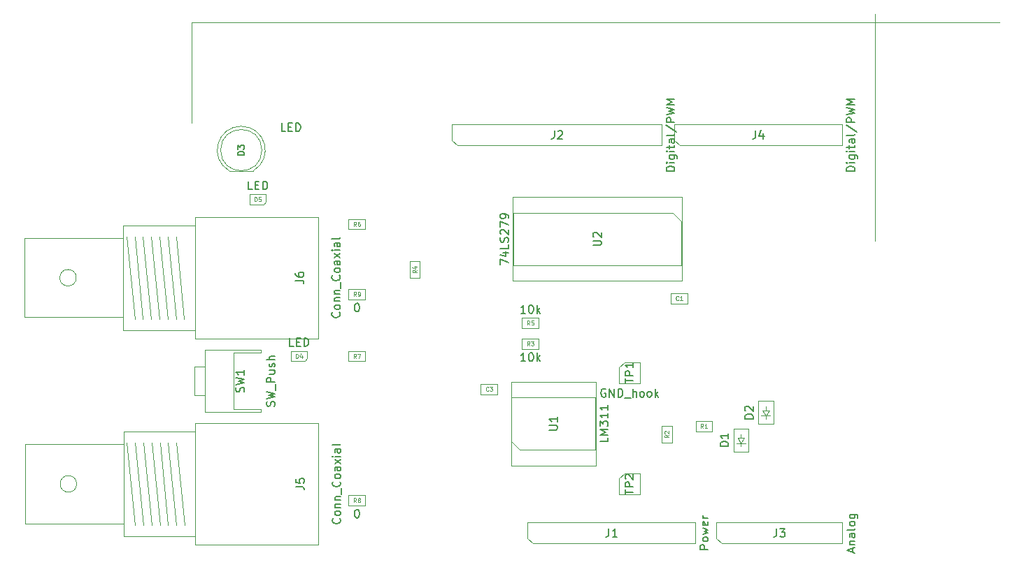
<source format=gbr>
%TF.GenerationSoftware,KiCad,Pcbnew,7.0.2*%
%TF.CreationDate,2023-08-08T17:25:24+02:00*%
%TF.ProjectId,pulse_generator,70756c73-655f-4676-956e-657261746f72,rev?*%
%TF.SameCoordinates,Original*%
%TF.FileFunction,AssemblyDrawing,Top*%
%FSLAX46Y46*%
G04 Gerber Fmt 4.6, Leading zero omitted, Abs format (unit mm)*
G04 Created by KiCad (PCBNEW 7.0.2) date 2023-08-08 17:25:24*
%MOMM*%
%LPD*%
G01*
G04 APERTURE LIST*
%ADD10C,0.100000*%
%ADD11C,0.150000*%
%ADD12C,0.200000*%
%ADD13C,0.080000*%
G04 APERTURE END LIST*
D10*
X86000000Y-35500000D02*
X183750000Y-35500000D01*
X168750000Y-62000000D02*
X168750000Y-34500000D01*
X86000000Y-47750000D02*
X86000000Y-35500000D01*
D11*
%TO.C,J1*%
X148512619Y-99436190D02*
X147512619Y-99436190D01*
X147512619Y-99436190D02*
X147512619Y-99055238D01*
X147512619Y-99055238D02*
X147560238Y-98960000D01*
X147560238Y-98960000D02*
X147607857Y-98912381D01*
X147607857Y-98912381D02*
X147703095Y-98864762D01*
X147703095Y-98864762D02*
X147845952Y-98864762D01*
X147845952Y-98864762D02*
X147941190Y-98912381D01*
X147941190Y-98912381D02*
X147988809Y-98960000D01*
X147988809Y-98960000D02*
X148036428Y-99055238D01*
X148036428Y-99055238D02*
X148036428Y-99436190D01*
X148512619Y-98293333D02*
X148465000Y-98388571D01*
X148465000Y-98388571D02*
X148417380Y-98436190D01*
X148417380Y-98436190D02*
X148322142Y-98483809D01*
X148322142Y-98483809D02*
X148036428Y-98483809D01*
X148036428Y-98483809D02*
X147941190Y-98436190D01*
X147941190Y-98436190D02*
X147893571Y-98388571D01*
X147893571Y-98388571D02*
X147845952Y-98293333D01*
X147845952Y-98293333D02*
X147845952Y-98150476D01*
X147845952Y-98150476D02*
X147893571Y-98055238D01*
X147893571Y-98055238D02*
X147941190Y-98007619D01*
X147941190Y-98007619D02*
X148036428Y-97960000D01*
X148036428Y-97960000D02*
X148322142Y-97960000D01*
X148322142Y-97960000D02*
X148417380Y-98007619D01*
X148417380Y-98007619D02*
X148465000Y-98055238D01*
X148465000Y-98055238D02*
X148512619Y-98150476D01*
X148512619Y-98150476D02*
X148512619Y-98293333D01*
X147845952Y-97626666D02*
X148512619Y-97436190D01*
X148512619Y-97436190D02*
X148036428Y-97245714D01*
X148036428Y-97245714D02*
X148512619Y-97055238D01*
X148512619Y-97055238D02*
X147845952Y-96864762D01*
X148465000Y-96102857D02*
X148512619Y-96198095D01*
X148512619Y-96198095D02*
X148512619Y-96388571D01*
X148512619Y-96388571D02*
X148465000Y-96483809D01*
X148465000Y-96483809D02*
X148369761Y-96531428D01*
X148369761Y-96531428D02*
X147988809Y-96531428D01*
X147988809Y-96531428D02*
X147893571Y-96483809D01*
X147893571Y-96483809D02*
X147845952Y-96388571D01*
X147845952Y-96388571D02*
X147845952Y-96198095D01*
X147845952Y-96198095D02*
X147893571Y-96102857D01*
X147893571Y-96102857D02*
X147988809Y-96055238D01*
X147988809Y-96055238D02*
X148084047Y-96055238D01*
X148084047Y-96055238D02*
X148179285Y-96531428D01*
X148512619Y-95626666D02*
X147845952Y-95626666D01*
X148036428Y-95626666D02*
X147941190Y-95579047D01*
X147941190Y-95579047D02*
X147893571Y-95531428D01*
X147893571Y-95531428D02*
X147845952Y-95436190D01*
X147845952Y-95436190D02*
X147845952Y-95340952D01*
X136496666Y-96922619D02*
X136496666Y-97636904D01*
X136496666Y-97636904D02*
X136449047Y-97779761D01*
X136449047Y-97779761D02*
X136353809Y-97875000D01*
X136353809Y-97875000D02*
X136210952Y-97922619D01*
X136210952Y-97922619D02*
X136115714Y-97922619D01*
X137496666Y-97922619D02*
X136925238Y-97922619D01*
X137210952Y-97922619D02*
X137210952Y-96922619D01*
X137210952Y-96922619D02*
X137115714Y-97065476D01*
X137115714Y-97065476D02*
X137020476Y-97160714D01*
X137020476Y-97160714D02*
X136925238Y-97208333D01*
%TO.C,J3*%
X166006904Y-99769523D02*
X166006904Y-99293333D01*
X166292619Y-99864761D02*
X165292619Y-99531428D01*
X165292619Y-99531428D02*
X166292619Y-99198095D01*
X165625952Y-98864761D02*
X166292619Y-98864761D01*
X165721190Y-98864761D02*
X165673571Y-98817142D01*
X165673571Y-98817142D02*
X165625952Y-98721904D01*
X165625952Y-98721904D02*
X165625952Y-98579047D01*
X165625952Y-98579047D02*
X165673571Y-98483809D01*
X165673571Y-98483809D02*
X165768809Y-98436190D01*
X165768809Y-98436190D02*
X166292619Y-98436190D01*
X166292619Y-97531428D02*
X165768809Y-97531428D01*
X165768809Y-97531428D02*
X165673571Y-97579047D01*
X165673571Y-97579047D02*
X165625952Y-97674285D01*
X165625952Y-97674285D02*
X165625952Y-97864761D01*
X165625952Y-97864761D02*
X165673571Y-97959999D01*
X166245000Y-97531428D02*
X166292619Y-97626666D01*
X166292619Y-97626666D02*
X166292619Y-97864761D01*
X166292619Y-97864761D02*
X166245000Y-97959999D01*
X166245000Y-97959999D02*
X166149761Y-98007618D01*
X166149761Y-98007618D02*
X166054523Y-98007618D01*
X166054523Y-98007618D02*
X165959285Y-97959999D01*
X165959285Y-97959999D02*
X165911666Y-97864761D01*
X165911666Y-97864761D02*
X165911666Y-97626666D01*
X165911666Y-97626666D02*
X165864047Y-97531428D01*
X166292619Y-96912380D02*
X166245000Y-97007618D01*
X166245000Y-97007618D02*
X166149761Y-97055237D01*
X166149761Y-97055237D02*
X165292619Y-97055237D01*
X166292619Y-96388570D02*
X166245000Y-96483808D01*
X166245000Y-96483808D02*
X166197380Y-96531427D01*
X166197380Y-96531427D02*
X166102142Y-96579046D01*
X166102142Y-96579046D02*
X165816428Y-96579046D01*
X165816428Y-96579046D02*
X165721190Y-96531427D01*
X165721190Y-96531427D02*
X165673571Y-96483808D01*
X165673571Y-96483808D02*
X165625952Y-96388570D01*
X165625952Y-96388570D02*
X165625952Y-96245713D01*
X165625952Y-96245713D02*
X165673571Y-96150475D01*
X165673571Y-96150475D02*
X165721190Y-96102856D01*
X165721190Y-96102856D02*
X165816428Y-96055237D01*
X165816428Y-96055237D02*
X166102142Y-96055237D01*
X166102142Y-96055237D02*
X166197380Y-96102856D01*
X166197380Y-96102856D02*
X166245000Y-96150475D01*
X166245000Y-96150475D02*
X166292619Y-96245713D01*
X166292619Y-96245713D02*
X166292619Y-96388570D01*
X165625952Y-95198094D02*
X166435476Y-95198094D01*
X166435476Y-95198094D02*
X166530714Y-95245713D01*
X166530714Y-95245713D02*
X166578333Y-95293332D01*
X166578333Y-95293332D02*
X166625952Y-95388570D01*
X166625952Y-95388570D02*
X166625952Y-95531427D01*
X166625952Y-95531427D02*
X166578333Y-95626665D01*
X166245000Y-95198094D02*
X166292619Y-95293332D01*
X166292619Y-95293332D02*
X166292619Y-95483808D01*
X166292619Y-95483808D02*
X166245000Y-95579046D01*
X166245000Y-95579046D02*
X166197380Y-95626665D01*
X166197380Y-95626665D02*
X166102142Y-95674284D01*
X166102142Y-95674284D02*
X165816428Y-95674284D01*
X165816428Y-95674284D02*
X165721190Y-95626665D01*
X165721190Y-95626665D02*
X165673571Y-95579046D01*
X165673571Y-95579046D02*
X165625952Y-95483808D01*
X165625952Y-95483808D02*
X165625952Y-95293332D01*
X165625952Y-95293332D02*
X165673571Y-95198094D01*
X156816666Y-96922619D02*
X156816666Y-97636904D01*
X156816666Y-97636904D02*
X156769047Y-97779761D01*
X156769047Y-97779761D02*
X156673809Y-97875000D01*
X156673809Y-97875000D02*
X156530952Y-97922619D01*
X156530952Y-97922619D02*
X156435714Y-97922619D01*
X157197619Y-96922619D02*
X157816666Y-96922619D01*
X157816666Y-96922619D02*
X157483333Y-97303571D01*
X157483333Y-97303571D02*
X157626190Y-97303571D01*
X157626190Y-97303571D02*
X157721428Y-97351190D01*
X157721428Y-97351190D02*
X157769047Y-97398809D01*
X157769047Y-97398809D02*
X157816666Y-97494047D01*
X157816666Y-97494047D02*
X157816666Y-97732142D01*
X157816666Y-97732142D02*
X157769047Y-97827380D01*
X157769047Y-97827380D02*
X157721428Y-97875000D01*
X157721428Y-97875000D02*
X157626190Y-97922619D01*
X157626190Y-97922619D02*
X157340476Y-97922619D01*
X157340476Y-97922619D02*
X157245238Y-97875000D01*
X157245238Y-97875000D02*
X157197619Y-97827380D01*
%TO.C,J2*%
X144452619Y-53557142D02*
X143452619Y-53557142D01*
X143452619Y-53557142D02*
X143452619Y-53319047D01*
X143452619Y-53319047D02*
X143500238Y-53176190D01*
X143500238Y-53176190D02*
X143595476Y-53080952D01*
X143595476Y-53080952D02*
X143690714Y-53033333D01*
X143690714Y-53033333D02*
X143881190Y-52985714D01*
X143881190Y-52985714D02*
X144024047Y-52985714D01*
X144024047Y-52985714D02*
X144214523Y-53033333D01*
X144214523Y-53033333D02*
X144309761Y-53080952D01*
X144309761Y-53080952D02*
X144405000Y-53176190D01*
X144405000Y-53176190D02*
X144452619Y-53319047D01*
X144452619Y-53319047D02*
X144452619Y-53557142D01*
X144452619Y-52557142D02*
X143785952Y-52557142D01*
X143452619Y-52557142D02*
X143500238Y-52604761D01*
X143500238Y-52604761D02*
X143547857Y-52557142D01*
X143547857Y-52557142D02*
X143500238Y-52509523D01*
X143500238Y-52509523D02*
X143452619Y-52557142D01*
X143452619Y-52557142D02*
X143547857Y-52557142D01*
X143785952Y-51652381D02*
X144595476Y-51652381D01*
X144595476Y-51652381D02*
X144690714Y-51700000D01*
X144690714Y-51700000D02*
X144738333Y-51747619D01*
X144738333Y-51747619D02*
X144785952Y-51842857D01*
X144785952Y-51842857D02*
X144785952Y-51985714D01*
X144785952Y-51985714D02*
X144738333Y-52080952D01*
X144405000Y-51652381D02*
X144452619Y-51747619D01*
X144452619Y-51747619D02*
X144452619Y-51938095D01*
X144452619Y-51938095D02*
X144405000Y-52033333D01*
X144405000Y-52033333D02*
X144357380Y-52080952D01*
X144357380Y-52080952D02*
X144262142Y-52128571D01*
X144262142Y-52128571D02*
X143976428Y-52128571D01*
X143976428Y-52128571D02*
X143881190Y-52080952D01*
X143881190Y-52080952D02*
X143833571Y-52033333D01*
X143833571Y-52033333D02*
X143785952Y-51938095D01*
X143785952Y-51938095D02*
X143785952Y-51747619D01*
X143785952Y-51747619D02*
X143833571Y-51652381D01*
X144452619Y-51176190D02*
X143785952Y-51176190D01*
X143452619Y-51176190D02*
X143500238Y-51223809D01*
X143500238Y-51223809D02*
X143547857Y-51176190D01*
X143547857Y-51176190D02*
X143500238Y-51128571D01*
X143500238Y-51128571D02*
X143452619Y-51176190D01*
X143452619Y-51176190D02*
X143547857Y-51176190D01*
X143785952Y-50842857D02*
X143785952Y-50461905D01*
X143452619Y-50700000D02*
X144309761Y-50700000D01*
X144309761Y-50700000D02*
X144405000Y-50652381D01*
X144405000Y-50652381D02*
X144452619Y-50557143D01*
X144452619Y-50557143D02*
X144452619Y-50461905D01*
X144452619Y-49700000D02*
X143928809Y-49700000D01*
X143928809Y-49700000D02*
X143833571Y-49747619D01*
X143833571Y-49747619D02*
X143785952Y-49842857D01*
X143785952Y-49842857D02*
X143785952Y-50033333D01*
X143785952Y-50033333D02*
X143833571Y-50128571D01*
X144405000Y-49700000D02*
X144452619Y-49795238D01*
X144452619Y-49795238D02*
X144452619Y-50033333D01*
X144452619Y-50033333D02*
X144405000Y-50128571D01*
X144405000Y-50128571D02*
X144309761Y-50176190D01*
X144309761Y-50176190D02*
X144214523Y-50176190D01*
X144214523Y-50176190D02*
X144119285Y-50128571D01*
X144119285Y-50128571D02*
X144071666Y-50033333D01*
X144071666Y-50033333D02*
X144071666Y-49795238D01*
X144071666Y-49795238D02*
X144024047Y-49700000D01*
X144452619Y-49080952D02*
X144405000Y-49176190D01*
X144405000Y-49176190D02*
X144309761Y-49223809D01*
X144309761Y-49223809D02*
X143452619Y-49223809D01*
X143405000Y-47985714D02*
X144690714Y-48842856D01*
X144452619Y-47652380D02*
X143452619Y-47652380D01*
X143452619Y-47652380D02*
X143452619Y-47271428D01*
X143452619Y-47271428D02*
X143500238Y-47176190D01*
X143500238Y-47176190D02*
X143547857Y-47128571D01*
X143547857Y-47128571D02*
X143643095Y-47080952D01*
X143643095Y-47080952D02*
X143785952Y-47080952D01*
X143785952Y-47080952D02*
X143881190Y-47128571D01*
X143881190Y-47128571D02*
X143928809Y-47176190D01*
X143928809Y-47176190D02*
X143976428Y-47271428D01*
X143976428Y-47271428D02*
X143976428Y-47652380D01*
X143452619Y-46747618D02*
X144452619Y-46509523D01*
X144452619Y-46509523D02*
X143738333Y-46319047D01*
X143738333Y-46319047D02*
X144452619Y-46128571D01*
X144452619Y-46128571D02*
X143452619Y-45890476D01*
X144452619Y-45509523D02*
X143452619Y-45509523D01*
X143452619Y-45509523D02*
X144166904Y-45176190D01*
X144166904Y-45176190D02*
X143452619Y-44842857D01*
X143452619Y-44842857D02*
X144452619Y-44842857D01*
X129896666Y-48662619D02*
X129896666Y-49376904D01*
X129896666Y-49376904D02*
X129849047Y-49519761D01*
X129849047Y-49519761D02*
X129753809Y-49615000D01*
X129753809Y-49615000D02*
X129610952Y-49662619D01*
X129610952Y-49662619D02*
X129515714Y-49662619D01*
X130325238Y-48757857D02*
X130372857Y-48710238D01*
X130372857Y-48710238D02*
X130468095Y-48662619D01*
X130468095Y-48662619D02*
X130706190Y-48662619D01*
X130706190Y-48662619D02*
X130801428Y-48710238D01*
X130801428Y-48710238D02*
X130849047Y-48757857D01*
X130849047Y-48757857D02*
X130896666Y-48853095D01*
X130896666Y-48853095D02*
X130896666Y-48948333D01*
X130896666Y-48948333D02*
X130849047Y-49091190D01*
X130849047Y-49091190D02*
X130277619Y-49662619D01*
X130277619Y-49662619D02*
X130896666Y-49662619D01*
%TO.C,J4*%
X166272619Y-53557142D02*
X165272619Y-53557142D01*
X165272619Y-53557142D02*
X165272619Y-53319047D01*
X165272619Y-53319047D02*
X165320238Y-53176190D01*
X165320238Y-53176190D02*
X165415476Y-53080952D01*
X165415476Y-53080952D02*
X165510714Y-53033333D01*
X165510714Y-53033333D02*
X165701190Y-52985714D01*
X165701190Y-52985714D02*
X165844047Y-52985714D01*
X165844047Y-52985714D02*
X166034523Y-53033333D01*
X166034523Y-53033333D02*
X166129761Y-53080952D01*
X166129761Y-53080952D02*
X166225000Y-53176190D01*
X166225000Y-53176190D02*
X166272619Y-53319047D01*
X166272619Y-53319047D02*
X166272619Y-53557142D01*
X166272619Y-52557142D02*
X165605952Y-52557142D01*
X165272619Y-52557142D02*
X165320238Y-52604761D01*
X165320238Y-52604761D02*
X165367857Y-52557142D01*
X165367857Y-52557142D02*
X165320238Y-52509523D01*
X165320238Y-52509523D02*
X165272619Y-52557142D01*
X165272619Y-52557142D02*
X165367857Y-52557142D01*
X165605952Y-51652381D02*
X166415476Y-51652381D01*
X166415476Y-51652381D02*
X166510714Y-51700000D01*
X166510714Y-51700000D02*
X166558333Y-51747619D01*
X166558333Y-51747619D02*
X166605952Y-51842857D01*
X166605952Y-51842857D02*
X166605952Y-51985714D01*
X166605952Y-51985714D02*
X166558333Y-52080952D01*
X166225000Y-51652381D02*
X166272619Y-51747619D01*
X166272619Y-51747619D02*
X166272619Y-51938095D01*
X166272619Y-51938095D02*
X166225000Y-52033333D01*
X166225000Y-52033333D02*
X166177380Y-52080952D01*
X166177380Y-52080952D02*
X166082142Y-52128571D01*
X166082142Y-52128571D02*
X165796428Y-52128571D01*
X165796428Y-52128571D02*
X165701190Y-52080952D01*
X165701190Y-52080952D02*
X165653571Y-52033333D01*
X165653571Y-52033333D02*
X165605952Y-51938095D01*
X165605952Y-51938095D02*
X165605952Y-51747619D01*
X165605952Y-51747619D02*
X165653571Y-51652381D01*
X166272619Y-51176190D02*
X165605952Y-51176190D01*
X165272619Y-51176190D02*
X165320238Y-51223809D01*
X165320238Y-51223809D02*
X165367857Y-51176190D01*
X165367857Y-51176190D02*
X165320238Y-51128571D01*
X165320238Y-51128571D02*
X165272619Y-51176190D01*
X165272619Y-51176190D02*
X165367857Y-51176190D01*
X165605952Y-50842857D02*
X165605952Y-50461905D01*
X165272619Y-50700000D02*
X166129761Y-50700000D01*
X166129761Y-50700000D02*
X166225000Y-50652381D01*
X166225000Y-50652381D02*
X166272619Y-50557143D01*
X166272619Y-50557143D02*
X166272619Y-50461905D01*
X166272619Y-49700000D02*
X165748809Y-49700000D01*
X165748809Y-49700000D02*
X165653571Y-49747619D01*
X165653571Y-49747619D02*
X165605952Y-49842857D01*
X165605952Y-49842857D02*
X165605952Y-50033333D01*
X165605952Y-50033333D02*
X165653571Y-50128571D01*
X166225000Y-49700000D02*
X166272619Y-49795238D01*
X166272619Y-49795238D02*
X166272619Y-50033333D01*
X166272619Y-50033333D02*
X166225000Y-50128571D01*
X166225000Y-50128571D02*
X166129761Y-50176190D01*
X166129761Y-50176190D02*
X166034523Y-50176190D01*
X166034523Y-50176190D02*
X165939285Y-50128571D01*
X165939285Y-50128571D02*
X165891666Y-50033333D01*
X165891666Y-50033333D02*
X165891666Y-49795238D01*
X165891666Y-49795238D02*
X165844047Y-49700000D01*
X166272619Y-49080952D02*
X166225000Y-49176190D01*
X166225000Y-49176190D02*
X166129761Y-49223809D01*
X166129761Y-49223809D02*
X165272619Y-49223809D01*
X165225000Y-47985714D02*
X166510714Y-48842856D01*
X166272619Y-47652380D02*
X165272619Y-47652380D01*
X165272619Y-47652380D02*
X165272619Y-47271428D01*
X165272619Y-47271428D02*
X165320238Y-47176190D01*
X165320238Y-47176190D02*
X165367857Y-47128571D01*
X165367857Y-47128571D02*
X165463095Y-47080952D01*
X165463095Y-47080952D02*
X165605952Y-47080952D01*
X165605952Y-47080952D02*
X165701190Y-47128571D01*
X165701190Y-47128571D02*
X165748809Y-47176190D01*
X165748809Y-47176190D02*
X165796428Y-47271428D01*
X165796428Y-47271428D02*
X165796428Y-47652380D01*
X165272619Y-46747618D02*
X166272619Y-46509523D01*
X166272619Y-46509523D02*
X165558333Y-46319047D01*
X165558333Y-46319047D02*
X166272619Y-46128571D01*
X166272619Y-46128571D02*
X165272619Y-45890476D01*
X166272619Y-45509523D02*
X165272619Y-45509523D01*
X165272619Y-45509523D02*
X165986904Y-45176190D01*
X165986904Y-45176190D02*
X165272619Y-44842857D01*
X165272619Y-44842857D02*
X166272619Y-44842857D01*
X154256666Y-48662619D02*
X154256666Y-49376904D01*
X154256666Y-49376904D02*
X154209047Y-49519761D01*
X154209047Y-49519761D02*
X154113809Y-49615000D01*
X154113809Y-49615000D02*
X153970952Y-49662619D01*
X153970952Y-49662619D02*
X153875714Y-49662619D01*
X155161428Y-48995952D02*
X155161428Y-49662619D01*
X154923333Y-48615000D02*
X154685238Y-49329285D01*
X154685238Y-49329285D02*
X155304285Y-49329285D01*
%TO.C,D1*%
X150962619Y-86938094D02*
X149962619Y-86938094D01*
X149962619Y-86938094D02*
X149962619Y-86699999D01*
X149962619Y-86699999D02*
X150010238Y-86557142D01*
X150010238Y-86557142D02*
X150105476Y-86461904D01*
X150105476Y-86461904D02*
X150200714Y-86414285D01*
X150200714Y-86414285D02*
X150391190Y-86366666D01*
X150391190Y-86366666D02*
X150534047Y-86366666D01*
X150534047Y-86366666D02*
X150724523Y-86414285D01*
X150724523Y-86414285D02*
X150819761Y-86461904D01*
X150819761Y-86461904D02*
X150915000Y-86557142D01*
X150915000Y-86557142D02*
X150962619Y-86699999D01*
X150962619Y-86699999D02*
X150962619Y-86938094D01*
X150962619Y-85414285D02*
X150962619Y-85985713D01*
X150962619Y-85699999D02*
X149962619Y-85699999D01*
X149962619Y-85699999D02*
X150105476Y-85795237D01*
X150105476Y-85795237D02*
X150200714Y-85890475D01*
X150200714Y-85890475D02*
X150248333Y-85985713D01*
%TO.C,TP2*%
X138462619Y-92761904D02*
X138462619Y-92190476D01*
X139462619Y-92476190D02*
X138462619Y-92476190D01*
X139462619Y-91857142D02*
X138462619Y-91857142D01*
X138462619Y-91857142D02*
X138462619Y-91476190D01*
X138462619Y-91476190D02*
X138510238Y-91380952D01*
X138510238Y-91380952D02*
X138557857Y-91333333D01*
X138557857Y-91333333D02*
X138653095Y-91285714D01*
X138653095Y-91285714D02*
X138795952Y-91285714D01*
X138795952Y-91285714D02*
X138891190Y-91333333D01*
X138891190Y-91333333D02*
X138938809Y-91380952D01*
X138938809Y-91380952D02*
X138986428Y-91476190D01*
X138986428Y-91476190D02*
X138986428Y-91857142D01*
X138557857Y-90904761D02*
X138510238Y-90857142D01*
X138510238Y-90857142D02*
X138462619Y-90761904D01*
X138462619Y-90761904D02*
X138462619Y-90523809D01*
X138462619Y-90523809D02*
X138510238Y-90428571D01*
X138510238Y-90428571D02*
X138557857Y-90380952D01*
X138557857Y-90380952D02*
X138653095Y-90333333D01*
X138653095Y-90333333D02*
X138748333Y-90333333D01*
X138748333Y-90333333D02*
X138891190Y-90380952D01*
X138891190Y-90380952D02*
X139462619Y-90952380D01*
X139462619Y-90952380D02*
X139462619Y-90333333D01*
%TO.C,SW1*%
X96017380Y-82072618D02*
X96064999Y-81929761D01*
X96064999Y-81929761D02*
X96064999Y-81691666D01*
X96064999Y-81691666D02*
X96017380Y-81596428D01*
X96017380Y-81596428D02*
X95969760Y-81548809D01*
X95969760Y-81548809D02*
X95874522Y-81501190D01*
X95874522Y-81501190D02*
X95779284Y-81501190D01*
X95779284Y-81501190D02*
X95684046Y-81548809D01*
X95684046Y-81548809D02*
X95636427Y-81596428D01*
X95636427Y-81596428D02*
X95588808Y-81691666D01*
X95588808Y-81691666D02*
X95541189Y-81882142D01*
X95541189Y-81882142D02*
X95493570Y-81977380D01*
X95493570Y-81977380D02*
X95445951Y-82024999D01*
X95445951Y-82024999D02*
X95350713Y-82072618D01*
X95350713Y-82072618D02*
X95255475Y-82072618D01*
X95255475Y-82072618D02*
X95160237Y-82024999D01*
X95160237Y-82024999D02*
X95112618Y-81977380D01*
X95112618Y-81977380D02*
X95064999Y-81882142D01*
X95064999Y-81882142D02*
X95064999Y-81644047D01*
X95064999Y-81644047D02*
X95112618Y-81501190D01*
X95064999Y-81167856D02*
X96064999Y-80929761D01*
X96064999Y-80929761D02*
X95350713Y-80739285D01*
X95350713Y-80739285D02*
X96064999Y-80548809D01*
X96064999Y-80548809D02*
X95064999Y-80310714D01*
X96160237Y-80167857D02*
X96160237Y-79405952D01*
X96064999Y-79167856D02*
X95064999Y-79167856D01*
X95064999Y-79167856D02*
X95064999Y-78786904D01*
X95064999Y-78786904D02*
X95112618Y-78691666D01*
X95112618Y-78691666D02*
X95160237Y-78644047D01*
X95160237Y-78644047D02*
X95255475Y-78596428D01*
X95255475Y-78596428D02*
X95398332Y-78596428D01*
X95398332Y-78596428D02*
X95493570Y-78644047D01*
X95493570Y-78644047D02*
X95541189Y-78691666D01*
X95541189Y-78691666D02*
X95588808Y-78786904D01*
X95588808Y-78786904D02*
X95588808Y-79167856D01*
X95398332Y-77739285D02*
X96064999Y-77739285D01*
X95398332Y-78167856D02*
X95922141Y-78167856D01*
X95922141Y-78167856D02*
X96017380Y-78120237D01*
X96017380Y-78120237D02*
X96064999Y-78024999D01*
X96064999Y-78024999D02*
X96064999Y-77882142D01*
X96064999Y-77882142D02*
X96017380Y-77786904D01*
X96017380Y-77786904D02*
X95969760Y-77739285D01*
X96017380Y-77310713D02*
X96064999Y-77215475D01*
X96064999Y-77215475D02*
X96064999Y-77024999D01*
X96064999Y-77024999D02*
X96017380Y-76929761D01*
X96017380Y-76929761D02*
X95922141Y-76882142D01*
X95922141Y-76882142D02*
X95874522Y-76882142D01*
X95874522Y-76882142D02*
X95779284Y-76929761D01*
X95779284Y-76929761D02*
X95731665Y-77024999D01*
X95731665Y-77024999D02*
X95731665Y-77167856D01*
X95731665Y-77167856D02*
X95684046Y-77263094D01*
X95684046Y-77263094D02*
X95588808Y-77310713D01*
X95588808Y-77310713D02*
X95541189Y-77310713D01*
X95541189Y-77310713D02*
X95445951Y-77263094D01*
X95445951Y-77263094D02*
X95398332Y-77167856D01*
X95398332Y-77167856D02*
X95398332Y-77024999D01*
X95398332Y-77024999D02*
X95445951Y-76929761D01*
X96064999Y-76453570D02*
X95064999Y-76453570D01*
X96064999Y-76024999D02*
X95541189Y-76024999D01*
X95541189Y-76024999D02*
X95445951Y-76072618D01*
X95445951Y-76072618D02*
X95398332Y-76167856D01*
X95398332Y-76167856D02*
X95398332Y-76310713D01*
X95398332Y-76310713D02*
X95445951Y-76405951D01*
X95445951Y-76405951D02*
X95493570Y-76453570D01*
X92307500Y-80358332D02*
X92355119Y-80215475D01*
X92355119Y-80215475D02*
X92355119Y-79977380D01*
X92355119Y-79977380D02*
X92307500Y-79882142D01*
X92307500Y-79882142D02*
X92259880Y-79834523D01*
X92259880Y-79834523D02*
X92164642Y-79786904D01*
X92164642Y-79786904D02*
X92069404Y-79786904D01*
X92069404Y-79786904D02*
X91974166Y-79834523D01*
X91974166Y-79834523D02*
X91926547Y-79882142D01*
X91926547Y-79882142D02*
X91878928Y-79977380D01*
X91878928Y-79977380D02*
X91831309Y-80167856D01*
X91831309Y-80167856D02*
X91783690Y-80263094D01*
X91783690Y-80263094D02*
X91736071Y-80310713D01*
X91736071Y-80310713D02*
X91640833Y-80358332D01*
X91640833Y-80358332D02*
X91545595Y-80358332D01*
X91545595Y-80358332D02*
X91450357Y-80310713D01*
X91450357Y-80310713D02*
X91402738Y-80263094D01*
X91402738Y-80263094D02*
X91355119Y-80167856D01*
X91355119Y-80167856D02*
X91355119Y-79929761D01*
X91355119Y-79929761D02*
X91402738Y-79786904D01*
X91355119Y-79453570D02*
X92355119Y-79215475D01*
X92355119Y-79215475D02*
X91640833Y-79024999D01*
X91640833Y-79024999D02*
X92355119Y-78834523D01*
X92355119Y-78834523D02*
X91355119Y-78596428D01*
X92355119Y-77691666D02*
X92355119Y-78263094D01*
X92355119Y-77977380D02*
X91355119Y-77977380D01*
X91355119Y-77977380D02*
X91497976Y-78072618D01*
X91497976Y-78072618D02*
X91593214Y-78167856D01*
X91593214Y-78167856D02*
X91640833Y-78263094D01*
%TO.C,D3*%
X97357142Y-48762619D02*
X96880952Y-48762619D01*
X96880952Y-48762619D02*
X96880952Y-47762619D01*
X97690476Y-48238809D02*
X98023809Y-48238809D01*
X98166666Y-48762619D02*
X97690476Y-48762619D01*
X97690476Y-48762619D02*
X97690476Y-47762619D01*
X97690476Y-47762619D02*
X98166666Y-47762619D01*
X98595238Y-48762619D02*
X98595238Y-47762619D01*
X98595238Y-47762619D02*
X98833333Y-47762619D01*
X98833333Y-47762619D02*
X98976190Y-47810238D01*
X98976190Y-47810238D02*
X99071428Y-47905476D01*
X99071428Y-47905476D02*
X99119047Y-48000714D01*
X99119047Y-48000714D02*
X99166666Y-48191190D01*
X99166666Y-48191190D02*
X99166666Y-48334047D01*
X99166666Y-48334047D02*
X99119047Y-48524523D01*
X99119047Y-48524523D02*
X99071428Y-48619761D01*
X99071428Y-48619761D02*
X98976190Y-48715000D01*
X98976190Y-48715000D02*
X98833333Y-48762619D01*
X98833333Y-48762619D02*
X98595238Y-48762619D01*
D12*
X92370095Y-51640475D02*
X91570095Y-51640475D01*
X91570095Y-51640475D02*
X91570095Y-51449999D01*
X91570095Y-51449999D02*
X91608190Y-51335713D01*
X91608190Y-51335713D02*
X91684380Y-51259523D01*
X91684380Y-51259523D02*
X91760571Y-51221428D01*
X91760571Y-51221428D02*
X91912952Y-51183332D01*
X91912952Y-51183332D02*
X92027238Y-51183332D01*
X92027238Y-51183332D02*
X92179619Y-51221428D01*
X92179619Y-51221428D02*
X92255809Y-51259523D01*
X92255809Y-51259523D02*
X92332000Y-51335713D01*
X92332000Y-51335713D02*
X92370095Y-51449999D01*
X92370095Y-51449999D02*
X92370095Y-51640475D01*
X91570095Y-50916666D02*
X91570095Y-50421428D01*
X91570095Y-50421428D02*
X91874857Y-50688094D01*
X91874857Y-50688094D02*
X91874857Y-50573809D01*
X91874857Y-50573809D02*
X91912952Y-50497618D01*
X91912952Y-50497618D02*
X91951047Y-50459523D01*
X91951047Y-50459523D02*
X92027238Y-50421428D01*
X92027238Y-50421428D02*
X92217714Y-50421428D01*
X92217714Y-50421428D02*
X92293904Y-50459523D01*
X92293904Y-50459523D02*
X92332000Y-50497618D01*
X92332000Y-50497618D02*
X92370095Y-50573809D01*
X92370095Y-50573809D02*
X92370095Y-50802380D01*
X92370095Y-50802380D02*
X92332000Y-50878571D01*
X92332000Y-50878571D02*
X92293904Y-50916666D01*
D13*
%TO.C,R7*%
X105916666Y-76231309D02*
X105750000Y-75993214D01*
X105630952Y-76231309D02*
X105630952Y-75731309D01*
X105630952Y-75731309D02*
X105821428Y-75731309D01*
X105821428Y-75731309D02*
X105869047Y-75755119D01*
X105869047Y-75755119D02*
X105892857Y-75778928D01*
X105892857Y-75778928D02*
X105916666Y-75826547D01*
X105916666Y-75826547D02*
X105916666Y-75897976D01*
X105916666Y-75897976D02*
X105892857Y-75945595D01*
X105892857Y-75945595D02*
X105869047Y-75969404D01*
X105869047Y-75969404D02*
X105821428Y-75993214D01*
X105821428Y-75993214D02*
X105630952Y-75993214D01*
X106083333Y-75731309D02*
X106416666Y-75731309D01*
X106416666Y-75731309D02*
X106202381Y-76231309D01*
D11*
%TO.C,D2*%
X153962619Y-83588094D02*
X152962619Y-83588094D01*
X152962619Y-83588094D02*
X152962619Y-83349999D01*
X152962619Y-83349999D02*
X153010238Y-83207142D01*
X153010238Y-83207142D02*
X153105476Y-83111904D01*
X153105476Y-83111904D02*
X153200714Y-83064285D01*
X153200714Y-83064285D02*
X153391190Y-83016666D01*
X153391190Y-83016666D02*
X153534047Y-83016666D01*
X153534047Y-83016666D02*
X153724523Y-83064285D01*
X153724523Y-83064285D02*
X153819761Y-83111904D01*
X153819761Y-83111904D02*
X153915000Y-83207142D01*
X153915000Y-83207142D02*
X153962619Y-83349999D01*
X153962619Y-83349999D02*
X153962619Y-83588094D01*
X153057857Y-82635713D02*
X153010238Y-82588094D01*
X153010238Y-82588094D02*
X152962619Y-82492856D01*
X152962619Y-82492856D02*
X152962619Y-82254761D01*
X152962619Y-82254761D02*
X153010238Y-82159523D01*
X153010238Y-82159523D02*
X153057857Y-82111904D01*
X153057857Y-82111904D02*
X153153095Y-82064285D01*
X153153095Y-82064285D02*
X153248333Y-82064285D01*
X153248333Y-82064285D02*
X153391190Y-82111904D01*
X153391190Y-82111904D02*
X153962619Y-82683332D01*
X153962619Y-82683332D02*
X153962619Y-82064285D01*
%TO.C,J5*%
X103917380Y-95690476D02*
X103965000Y-95738095D01*
X103965000Y-95738095D02*
X104012619Y-95880952D01*
X104012619Y-95880952D02*
X104012619Y-95976190D01*
X104012619Y-95976190D02*
X103965000Y-96119047D01*
X103965000Y-96119047D02*
X103869761Y-96214285D01*
X103869761Y-96214285D02*
X103774523Y-96261904D01*
X103774523Y-96261904D02*
X103584047Y-96309523D01*
X103584047Y-96309523D02*
X103441190Y-96309523D01*
X103441190Y-96309523D02*
X103250714Y-96261904D01*
X103250714Y-96261904D02*
X103155476Y-96214285D01*
X103155476Y-96214285D02*
X103060238Y-96119047D01*
X103060238Y-96119047D02*
X103012619Y-95976190D01*
X103012619Y-95976190D02*
X103012619Y-95880952D01*
X103012619Y-95880952D02*
X103060238Y-95738095D01*
X103060238Y-95738095D02*
X103107857Y-95690476D01*
X104012619Y-95119047D02*
X103965000Y-95214285D01*
X103965000Y-95214285D02*
X103917380Y-95261904D01*
X103917380Y-95261904D02*
X103822142Y-95309523D01*
X103822142Y-95309523D02*
X103536428Y-95309523D01*
X103536428Y-95309523D02*
X103441190Y-95261904D01*
X103441190Y-95261904D02*
X103393571Y-95214285D01*
X103393571Y-95214285D02*
X103345952Y-95119047D01*
X103345952Y-95119047D02*
X103345952Y-94976190D01*
X103345952Y-94976190D02*
X103393571Y-94880952D01*
X103393571Y-94880952D02*
X103441190Y-94833333D01*
X103441190Y-94833333D02*
X103536428Y-94785714D01*
X103536428Y-94785714D02*
X103822142Y-94785714D01*
X103822142Y-94785714D02*
X103917380Y-94833333D01*
X103917380Y-94833333D02*
X103965000Y-94880952D01*
X103965000Y-94880952D02*
X104012619Y-94976190D01*
X104012619Y-94976190D02*
X104012619Y-95119047D01*
X103345952Y-94357142D02*
X104012619Y-94357142D01*
X103441190Y-94357142D02*
X103393571Y-94309523D01*
X103393571Y-94309523D02*
X103345952Y-94214285D01*
X103345952Y-94214285D02*
X103345952Y-94071428D01*
X103345952Y-94071428D02*
X103393571Y-93976190D01*
X103393571Y-93976190D02*
X103488809Y-93928571D01*
X103488809Y-93928571D02*
X104012619Y-93928571D01*
X103345952Y-93452380D02*
X104012619Y-93452380D01*
X103441190Y-93452380D02*
X103393571Y-93404761D01*
X103393571Y-93404761D02*
X103345952Y-93309523D01*
X103345952Y-93309523D02*
X103345952Y-93166666D01*
X103345952Y-93166666D02*
X103393571Y-93071428D01*
X103393571Y-93071428D02*
X103488809Y-93023809D01*
X103488809Y-93023809D02*
X104012619Y-93023809D01*
X104107857Y-92785714D02*
X104107857Y-92023809D01*
X103917380Y-91214285D02*
X103965000Y-91261904D01*
X103965000Y-91261904D02*
X104012619Y-91404761D01*
X104012619Y-91404761D02*
X104012619Y-91499999D01*
X104012619Y-91499999D02*
X103965000Y-91642856D01*
X103965000Y-91642856D02*
X103869761Y-91738094D01*
X103869761Y-91738094D02*
X103774523Y-91785713D01*
X103774523Y-91785713D02*
X103584047Y-91833332D01*
X103584047Y-91833332D02*
X103441190Y-91833332D01*
X103441190Y-91833332D02*
X103250714Y-91785713D01*
X103250714Y-91785713D02*
X103155476Y-91738094D01*
X103155476Y-91738094D02*
X103060238Y-91642856D01*
X103060238Y-91642856D02*
X103012619Y-91499999D01*
X103012619Y-91499999D02*
X103012619Y-91404761D01*
X103012619Y-91404761D02*
X103060238Y-91261904D01*
X103060238Y-91261904D02*
X103107857Y-91214285D01*
X104012619Y-90642856D02*
X103965000Y-90738094D01*
X103965000Y-90738094D02*
X103917380Y-90785713D01*
X103917380Y-90785713D02*
X103822142Y-90833332D01*
X103822142Y-90833332D02*
X103536428Y-90833332D01*
X103536428Y-90833332D02*
X103441190Y-90785713D01*
X103441190Y-90785713D02*
X103393571Y-90738094D01*
X103393571Y-90738094D02*
X103345952Y-90642856D01*
X103345952Y-90642856D02*
X103345952Y-90499999D01*
X103345952Y-90499999D02*
X103393571Y-90404761D01*
X103393571Y-90404761D02*
X103441190Y-90357142D01*
X103441190Y-90357142D02*
X103536428Y-90309523D01*
X103536428Y-90309523D02*
X103822142Y-90309523D01*
X103822142Y-90309523D02*
X103917380Y-90357142D01*
X103917380Y-90357142D02*
X103965000Y-90404761D01*
X103965000Y-90404761D02*
X104012619Y-90499999D01*
X104012619Y-90499999D02*
X104012619Y-90642856D01*
X104012619Y-89452380D02*
X103488809Y-89452380D01*
X103488809Y-89452380D02*
X103393571Y-89499999D01*
X103393571Y-89499999D02*
X103345952Y-89595237D01*
X103345952Y-89595237D02*
X103345952Y-89785713D01*
X103345952Y-89785713D02*
X103393571Y-89880951D01*
X103965000Y-89452380D02*
X104012619Y-89547618D01*
X104012619Y-89547618D02*
X104012619Y-89785713D01*
X104012619Y-89785713D02*
X103965000Y-89880951D01*
X103965000Y-89880951D02*
X103869761Y-89928570D01*
X103869761Y-89928570D02*
X103774523Y-89928570D01*
X103774523Y-89928570D02*
X103679285Y-89880951D01*
X103679285Y-89880951D02*
X103631666Y-89785713D01*
X103631666Y-89785713D02*
X103631666Y-89547618D01*
X103631666Y-89547618D02*
X103584047Y-89452380D01*
X104012619Y-89071427D02*
X103345952Y-88547618D01*
X103345952Y-89071427D02*
X104012619Y-88547618D01*
X104012619Y-88166665D02*
X103345952Y-88166665D01*
X103012619Y-88166665D02*
X103060238Y-88214284D01*
X103060238Y-88214284D02*
X103107857Y-88166665D01*
X103107857Y-88166665D02*
X103060238Y-88119046D01*
X103060238Y-88119046D02*
X103012619Y-88166665D01*
X103012619Y-88166665D02*
X103107857Y-88166665D01*
X104012619Y-87261904D02*
X103488809Y-87261904D01*
X103488809Y-87261904D02*
X103393571Y-87309523D01*
X103393571Y-87309523D02*
X103345952Y-87404761D01*
X103345952Y-87404761D02*
X103345952Y-87595237D01*
X103345952Y-87595237D02*
X103393571Y-87690475D01*
X103965000Y-87261904D02*
X104012619Y-87357142D01*
X104012619Y-87357142D02*
X104012619Y-87595237D01*
X104012619Y-87595237D02*
X103965000Y-87690475D01*
X103965000Y-87690475D02*
X103869761Y-87738094D01*
X103869761Y-87738094D02*
X103774523Y-87738094D01*
X103774523Y-87738094D02*
X103679285Y-87690475D01*
X103679285Y-87690475D02*
X103631666Y-87595237D01*
X103631666Y-87595237D02*
X103631666Y-87357142D01*
X103631666Y-87357142D02*
X103584047Y-87261904D01*
X104012619Y-86642856D02*
X103965000Y-86738094D01*
X103965000Y-86738094D02*
X103869761Y-86785713D01*
X103869761Y-86785713D02*
X103012619Y-86785713D01*
X98612619Y-91833333D02*
X99326904Y-91833333D01*
X99326904Y-91833333D02*
X99469761Y-91880952D01*
X99469761Y-91880952D02*
X99565000Y-91976190D01*
X99565000Y-91976190D02*
X99612619Y-92119047D01*
X99612619Y-92119047D02*
X99612619Y-92214285D01*
X98612619Y-90880952D02*
X98612619Y-91357142D01*
X98612619Y-91357142D02*
X99088809Y-91404761D01*
X99088809Y-91404761D02*
X99041190Y-91357142D01*
X99041190Y-91357142D02*
X98993571Y-91261904D01*
X98993571Y-91261904D02*
X98993571Y-91023809D01*
X98993571Y-91023809D02*
X99041190Y-90928571D01*
X99041190Y-90928571D02*
X99088809Y-90880952D01*
X99088809Y-90880952D02*
X99184047Y-90833333D01*
X99184047Y-90833333D02*
X99422142Y-90833333D01*
X99422142Y-90833333D02*
X99517380Y-90880952D01*
X99517380Y-90880952D02*
X99565000Y-90928571D01*
X99565000Y-90928571D02*
X99612619Y-91023809D01*
X99612619Y-91023809D02*
X99612619Y-91261904D01*
X99612619Y-91261904D02*
X99565000Y-91357142D01*
X99565000Y-91357142D02*
X99517380Y-91404761D01*
%TO.C,D5*%
X93357142Y-55812619D02*
X92880952Y-55812619D01*
X92880952Y-55812619D02*
X92880952Y-54812619D01*
X93690476Y-55288809D02*
X94023809Y-55288809D01*
X94166666Y-55812619D02*
X93690476Y-55812619D01*
X93690476Y-55812619D02*
X93690476Y-54812619D01*
X93690476Y-54812619D02*
X94166666Y-54812619D01*
X94595238Y-55812619D02*
X94595238Y-54812619D01*
X94595238Y-54812619D02*
X94833333Y-54812619D01*
X94833333Y-54812619D02*
X94976190Y-54860238D01*
X94976190Y-54860238D02*
X95071428Y-54955476D01*
X95071428Y-54955476D02*
X95119047Y-55050714D01*
X95119047Y-55050714D02*
X95166666Y-55241190D01*
X95166666Y-55241190D02*
X95166666Y-55384047D01*
X95166666Y-55384047D02*
X95119047Y-55574523D01*
X95119047Y-55574523D02*
X95071428Y-55669761D01*
X95071428Y-55669761D02*
X94976190Y-55765000D01*
X94976190Y-55765000D02*
X94833333Y-55812619D01*
X94833333Y-55812619D02*
X94595238Y-55812619D01*
D13*
X93630952Y-57231309D02*
X93630952Y-56731309D01*
X93630952Y-56731309D02*
X93750000Y-56731309D01*
X93750000Y-56731309D02*
X93821428Y-56755119D01*
X93821428Y-56755119D02*
X93869047Y-56802738D01*
X93869047Y-56802738D02*
X93892857Y-56850357D01*
X93892857Y-56850357D02*
X93916666Y-56945595D01*
X93916666Y-56945595D02*
X93916666Y-57017023D01*
X93916666Y-57017023D02*
X93892857Y-57112261D01*
X93892857Y-57112261D02*
X93869047Y-57159880D01*
X93869047Y-57159880D02*
X93821428Y-57207500D01*
X93821428Y-57207500D02*
X93750000Y-57231309D01*
X93750000Y-57231309D02*
X93630952Y-57231309D01*
X94369047Y-56731309D02*
X94130952Y-56731309D01*
X94130952Y-56731309D02*
X94107143Y-56969404D01*
X94107143Y-56969404D02*
X94130952Y-56945595D01*
X94130952Y-56945595D02*
X94178571Y-56921785D01*
X94178571Y-56921785D02*
X94297619Y-56921785D01*
X94297619Y-56921785D02*
X94345238Y-56945595D01*
X94345238Y-56945595D02*
X94369047Y-56969404D01*
X94369047Y-56969404D02*
X94392857Y-57017023D01*
X94392857Y-57017023D02*
X94392857Y-57136071D01*
X94392857Y-57136071D02*
X94369047Y-57183690D01*
X94369047Y-57183690D02*
X94345238Y-57207500D01*
X94345238Y-57207500D02*
X94297619Y-57231309D01*
X94297619Y-57231309D02*
X94178571Y-57231309D01*
X94178571Y-57231309D02*
X94130952Y-57207500D01*
X94130952Y-57207500D02*
X94107143Y-57183690D01*
%TO.C,R4*%
X113231309Y-65583333D02*
X112993214Y-65749999D01*
X113231309Y-65869047D02*
X112731309Y-65869047D01*
X112731309Y-65869047D02*
X112731309Y-65678571D01*
X112731309Y-65678571D02*
X112755119Y-65630952D01*
X112755119Y-65630952D02*
X112778928Y-65607142D01*
X112778928Y-65607142D02*
X112826547Y-65583333D01*
X112826547Y-65583333D02*
X112897976Y-65583333D01*
X112897976Y-65583333D02*
X112945595Y-65607142D01*
X112945595Y-65607142D02*
X112969404Y-65630952D01*
X112969404Y-65630952D02*
X112993214Y-65678571D01*
X112993214Y-65678571D02*
X112993214Y-65869047D01*
X112897976Y-65154761D02*
X113231309Y-65154761D01*
X112707500Y-65273809D02*
X113064642Y-65392856D01*
X113064642Y-65392856D02*
X113064642Y-65083333D01*
D11*
%TO.C,U2*%
X123352619Y-64929047D02*
X123352619Y-64262381D01*
X123352619Y-64262381D02*
X124352619Y-64690952D01*
X123685952Y-63452857D02*
X124352619Y-63452857D01*
X123305000Y-63690952D02*
X124019285Y-63929047D01*
X124019285Y-63929047D02*
X124019285Y-63310000D01*
X124352619Y-62452857D02*
X124352619Y-62929047D01*
X124352619Y-62929047D02*
X123352619Y-62929047D01*
X124305000Y-62167142D02*
X124352619Y-62024285D01*
X124352619Y-62024285D02*
X124352619Y-61786190D01*
X124352619Y-61786190D02*
X124305000Y-61690952D01*
X124305000Y-61690952D02*
X124257380Y-61643333D01*
X124257380Y-61643333D02*
X124162142Y-61595714D01*
X124162142Y-61595714D02*
X124066904Y-61595714D01*
X124066904Y-61595714D02*
X123971666Y-61643333D01*
X123971666Y-61643333D02*
X123924047Y-61690952D01*
X123924047Y-61690952D02*
X123876428Y-61786190D01*
X123876428Y-61786190D02*
X123828809Y-61976666D01*
X123828809Y-61976666D02*
X123781190Y-62071904D01*
X123781190Y-62071904D02*
X123733571Y-62119523D01*
X123733571Y-62119523D02*
X123638333Y-62167142D01*
X123638333Y-62167142D02*
X123543095Y-62167142D01*
X123543095Y-62167142D02*
X123447857Y-62119523D01*
X123447857Y-62119523D02*
X123400238Y-62071904D01*
X123400238Y-62071904D02*
X123352619Y-61976666D01*
X123352619Y-61976666D02*
X123352619Y-61738571D01*
X123352619Y-61738571D02*
X123400238Y-61595714D01*
X123447857Y-61214761D02*
X123400238Y-61167142D01*
X123400238Y-61167142D02*
X123352619Y-61071904D01*
X123352619Y-61071904D02*
X123352619Y-60833809D01*
X123352619Y-60833809D02*
X123400238Y-60738571D01*
X123400238Y-60738571D02*
X123447857Y-60690952D01*
X123447857Y-60690952D02*
X123543095Y-60643333D01*
X123543095Y-60643333D02*
X123638333Y-60643333D01*
X123638333Y-60643333D02*
X123781190Y-60690952D01*
X123781190Y-60690952D02*
X124352619Y-61262380D01*
X124352619Y-61262380D02*
X124352619Y-60643333D01*
X123352619Y-60309999D02*
X123352619Y-59643333D01*
X123352619Y-59643333D02*
X124352619Y-60071904D01*
X124352619Y-59214761D02*
X124352619Y-59024285D01*
X124352619Y-59024285D02*
X124305000Y-58929047D01*
X124305000Y-58929047D02*
X124257380Y-58881428D01*
X124257380Y-58881428D02*
X124114523Y-58786190D01*
X124114523Y-58786190D02*
X123924047Y-58738571D01*
X123924047Y-58738571D02*
X123543095Y-58738571D01*
X123543095Y-58738571D02*
X123447857Y-58786190D01*
X123447857Y-58786190D02*
X123400238Y-58833809D01*
X123400238Y-58833809D02*
X123352619Y-58929047D01*
X123352619Y-58929047D02*
X123352619Y-59119523D01*
X123352619Y-59119523D02*
X123400238Y-59214761D01*
X123400238Y-59214761D02*
X123447857Y-59262380D01*
X123447857Y-59262380D02*
X123543095Y-59309999D01*
X123543095Y-59309999D02*
X123781190Y-59309999D01*
X123781190Y-59309999D02*
X123876428Y-59262380D01*
X123876428Y-59262380D02*
X123924047Y-59214761D01*
X123924047Y-59214761D02*
X123971666Y-59119523D01*
X123971666Y-59119523D02*
X123971666Y-58929047D01*
X123971666Y-58929047D02*
X123924047Y-58833809D01*
X123924047Y-58833809D02*
X123876428Y-58786190D01*
X123876428Y-58786190D02*
X123781190Y-58738571D01*
X134572619Y-62571904D02*
X135382142Y-62571904D01*
X135382142Y-62571904D02*
X135477380Y-62524285D01*
X135477380Y-62524285D02*
X135525000Y-62476666D01*
X135525000Y-62476666D02*
X135572619Y-62381428D01*
X135572619Y-62381428D02*
X135572619Y-62190952D01*
X135572619Y-62190952D02*
X135525000Y-62095714D01*
X135525000Y-62095714D02*
X135477380Y-62048095D01*
X135477380Y-62048095D02*
X135382142Y-62000476D01*
X135382142Y-62000476D02*
X134572619Y-62000476D01*
X134667857Y-61571904D02*
X134620238Y-61524285D01*
X134620238Y-61524285D02*
X134572619Y-61429047D01*
X134572619Y-61429047D02*
X134572619Y-61190952D01*
X134572619Y-61190952D02*
X134620238Y-61095714D01*
X134620238Y-61095714D02*
X134667857Y-61048095D01*
X134667857Y-61048095D02*
X134763095Y-61000476D01*
X134763095Y-61000476D02*
X134858333Y-61000476D01*
X134858333Y-61000476D02*
X135001190Y-61048095D01*
X135001190Y-61048095D02*
X135572619Y-61619523D01*
X135572619Y-61619523D02*
X135572619Y-61000476D01*
%TO.C,R8*%
X105952381Y-94612619D02*
X106047619Y-94612619D01*
X106047619Y-94612619D02*
X106142857Y-94660238D01*
X106142857Y-94660238D02*
X106190476Y-94707857D01*
X106190476Y-94707857D02*
X106238095Y-94803095D01*
X106238095Y-94803095D02*
X106285714Y-94993571D01*
X106285714Y-94993571D02*
X106285714Y-95231666D01*
X106285714Y-95231666D02*
X106238095Y-95422142D01*
X106238095Y-95422142D02*
X106190476Y-95517380D01*
X106190476Y-95517380D02*
X106142857Y-95565000D01*
X106142857Y-95565000D02*
X106047619Y-95612619D01*
X106047619Y-95612619D02*
X105952381Y-95612619D01*
X105952381Y-95612619D02*
X105857143Y-95565000D01*
X105857143Y-95565000D02*
X105809524Y-95517380D01*
X105809524Y-95517380D02*
X105761905Y-95422142D01*
X105761905Y-95422142D02*
X105714286Y-95231666D01*
X105714286Y-95231666D02*
X105714286Y-94993571D01*
X105714286Y-94993571D02*
X105761905Y-94803095D01*
X105761905Y-94803095D02*
X105809524Y-94707857D01*
X105809524Y-94707857D02*
X105857143Y-94660238D01*
X105857143Y-94660238D02*
X105952381Y-94612619D01*
D13*
X105916666Y-93731309D02*
X105750000Y-93493214D01*
X105630952Y-93731309D02*
X105630952Y-93231309D01*
X105630952Y-93231309D02*
X105821428Y-93231309D01*
X105821428Y-93231309D02*
X105869047Y-93255119D01*
X105869047Y-93255119D02*
X105892857Y-93278928D01*
X105892857Y-93278928D02*
X105916666Y-93326547D01*
X105916666Y-93326547D02*
X105916666Y-93397976D01*
X105916666Y-93397976D02*
X105892857Y-93445595D01*
X105892857Y-93445595D02*
X105869047Y-93469404D01*
X105869047Y-93469404D02*
X105821428Y-93493214D01*
X105821428Y-93493214D02*
X105630952Y-93493214D01*
X106202381Y-93445595D02*
X106154762Y-93421785D01*
X106154762Y-93421785D02*
X106130952Y-93397976D01*
X106130952Y-93397976D02*
X106107143Y-93350357D01*
X106107143Y-93350357D02*
X106107143Y-93326547D01*
X106107143Y-93326547D02*
X106130952Y-93278928D01*
X106130952Y-93278928D02*
X106154762Y-93255119D01*
X106154762Y-93255119D02*
X106202381Y-93231309D01*
X106202381Y-93231309D02*
X106297619Y-93231309D01*
X106297619Y-93231309D02*
X106345238Y-93255119D01*
X106345238Y-93255119D02*
X106369047Y-93278928D01*
X106369047Y-93278928D02*
X106392857Y-93326547D01*
X106392857Y-93326547D02*
X106392857Y-93350357D01*
X106392857Y-93350357D02*
X106369047Y-93397976D01*
X106369047Y-93397976D02*
X106345238Y-93421785D01*
X106345238Y-93421785D02*
X106297619Y-93445595D01*
X106297619Y-93445595D02*
X106202381Y-93445595D01*
X106202381Y-93445595D02*
X106154762Y-93469404D01*
X106154762Y-93469404D02*
X106130952Y-93493214D01*
X106130952Y-93493214D02*
X106107143Y-93540833D01*
X106107143Y-93540833D02*
X106107143Y-93636071D01*
X106107143Y-93636071D02*
X106130952Y-93683690D01*
X106130952Y-93683690D02*
X106154762Y-93707500D01*
X106154762Y-93707500D02*
X106202381Y-93731309D01*
X106202381Y-93731309D02*
X106297619Y-93731309D01*
X106297619Y-93731309D02*
X106345238Y-93707500D01*
X106345238Y-93707500D02*
X106369047Y-93683690D01*
X106369047Y-93683690D02*
X106392857Y-93636071D01*
X106392857Y-93636071D02*
X106392857Y-93540833D01*
X106392857Y-93540833D02*
X106369047Y-93493214D01*
X106369047Y-93493214D02*
X106345238Y-93469404D01*
X106345238Y-93469404D02*
X106297619Y-93445595D01*
D11*
%TO.C,R3*%
X126404761Y-76612619D02*
X125833333Y-76612619D01*
X126119047Y-76612619D02*
X126119047Y-75612619D01*
X126119047Y-75612619D02*
X126023809Y-75755476D01*
X126023809Y-75755476D02*
X125928571Y-75850714D01*
X125928571Y-75850714D02*
X125833333Y-75898333D01*
X127023809Y-75612619D02*
X127119047Y-75612619D01*
X127119047Y-75612619D02*
X127214285Y-75660238D01*
X127214285Y-75660238D02*
X127261904Y-75707857D01*
X127261904Y-75707857D02*
X127309523Y-75803095D01*
X127309523Y-75803095D02*
X127357142Y-75993571D01*
X127357142Y-75993571D02*
X127357142Y-76231666D01*
X127357142Y-76231666D02*
X127309523Y-76422142D01*
X127309523Y-76422142D02*
X127261904Y-76517380D01*
X127261904Y-76517380D02*
X127214285Y-76565000D01*
X127214285Y-76565000D02*
X127119047Y-76612619D01*
X127119047Y-76612619D02*
X127023809Y-76612619D01*
X127023809Y-76612619D02*
X126928571Y-76565000D01*
X126928571Y-76565000D02*
X126880952Y-76517380D01*
X126880952Y-76517380D02*
X126833333Y-76422142D01*
X126833333Y-76422142D02*
X126785714Y-76231666D01*
X126785714Y-76231666D02*
X126785714Y-75993571D01*
X126785714Y-75993571D02*
X126833333Y-75803095D01*
X126833333Y-75803095D02*
X126880952Y-75707857D01*
X126880952Y-75707857D02*
X126928571Y-75660238D01*
X126928571Y-75660238D02*
X127023809Y-75612619D01*
X127785714Y-76612619D02*
X127785714Y-75612619D01*
X127880952Y-76231666D02*
X128166666Y-76612619D01*
X128166666Y-75945952D02*
X127785714Y-76326904D01*
D13*
X126916666Y-74731309D02*
X126750000Y-74493214D01*
X126630952Y-74731309D02*
X126630952Y-74231309D01*
X126630952Y-74231309D02*
X126821428Y-74231309D01*
X126821428Y-74231309D02*
X126869047Y-74255119D01*
X126869047Y-74255119D02*
X126892857Y-74278928D01*
X126892857Y-74278928D02*
X126916666Y-74326547D01*
X126916666Y-74326547D02*
X126916666Y-74397976D01*
X126916666Y-74397976D02*
X126892857Y-74445595D01*
X126892857Y-74445595D02*
X126869047Y-74469404D01*
X126869047Y-74469404D02*
X126821428Y-74493214D01*
X126821428Y-74493214D02*
X126630952Y-74493214D01*
X127083333Y-74231309D02*
X127392857Y-74231309D01*
X127392857Y-74231309D02*
X127226190Y-74421785D01*
X127226190Y-74421785D02*
X127297619Y-74421785D01*
X127297619Y-74421785D02*
X127345238Y-74445595D01*
X127345238Y-74445595D02*
X127369047Y-74469404D01*
X127369047Y-74469404D02*
X127392857Y-74517023D01*
X127392857Y-74517023D02*
X127392857Y-74636071D01*
X127392857Y-74636071D02*
X127369047Y-74683690D01*
X127369047Y-74683690D02*
X127345238Y-74707500D01*
X127345238Y-74707500D02*
X127297619Y-74731309D01*
X127297619Y-74731309D02*
X127154762Y-74731309D01*
X127154762Y-74731309D02*
X127107143Y-74707500D01*
X127107143Y-74707500D02*
X127083333Y-74683690D01*
D11*
%TO.C,U1*%
X136412619Y-85880476D02*
X136412619Y-86356666D01*
X136412619Y-86356666D02*
X135412619Y-86356666D01*
X136412619Y-85547142D02*
X135412619Y-85547142D01*
X135412619Y-85547142D02*
X136126904Y-85213809D01*
X136126904Y-85213809D02*
X135412619Y-84880476D01*
X135412619Y-84880476D02*
X136412619Y-84880476D01*
X135412619Y-84499523D02*
X135412619Y-83880476D01*
X135412619Y-83880476D02*
X135793571Y-84213809D01*
X135793571Y-84213809D02*
X135793571Y-84070952D01*
X135793571Y-84070952D02*
X135841190Y-83975714D01*
X135841190Y-83975714D02*
X135888809Y-83928095D01*
X135888809Y-83928095D02*
X135984047Y-83880476D01*
X135984047Y-83880476D02*
X136222142Y-83880476D01*
X136222142Y-83880476D02*
X136317380Y-83928095D01*
X136317380Y-83928095D02*
X136365000Y-83975714D01*
X136365000Y-83975714D02*
X136412619Y-84070952D01*
X136412619Y-84070952D02*
X136412619Y-84356666D01*
X136412619Y-84356666D02*
X136365000Y-84451904D01*
X136365000Y-84451904D02*
X136317380Y-84499523D01*
X136412619Y-82928095D02*
X136412619Y-83499523D01*
X136412619Y-83213809D02*
X135412619Y-83213809D01*
X135412619Y-83213809D02*
X135555476Y-83309047D01*
X135555476Y-83309047D02*
X135650714Y-83404285D01*
X135650714Y-83404285D02*
X135698333Y-83499523D01*
X136412619Y-81975714D02*
X136412619Y-82547142D01*
X136412619Y-82261428D02*
X135412619Y-82261428D01*
X135412619Y-82261428D02*
X135555476Y-82356666D01*
X135555476Y-82356666D02*
X135650714Y-82451904D01*
X135650714Y-82451904D02*
X135698333Y-82547142D01*
X129272619Y-84951904D02*
X130082142Y-84951904D01*
X130082142Y-84951904D02*
X130177380Y-84904285D01*
X130177380Y-84904285D02*
X130225000Y-84856666D01*
X130225000Y-84856666D02*
X130272619Y-84761428D01*
X130272619Y-84761428D02*
X130272619Y-84570952D01*
X130272619Y-84570952D02*
X130225000Y-84475714D01*
X130225000Y-84475714D02*
X130177380Y-84428095D01*
X130177380Y-84428095D02*
X130082142Y-84380476D01*
X130082142Y-84380476D02*
X129272619Y-84380476D01*
X130272619Y-83380476D02*
X130272619Y-83951904D01*
X130272619Y-83666190D02*
X129272619Y-83666190D01*
X129272619Y-83666190D02*
X129415476Y-83761428D01*
X129415476Y-83761428D02*
X129510714Y-83856666D01*
X129510714Y-83856666D02*
X129558333Y-83951904D01*
%TO.C,D4*%
X98357142Y-74812619D02*
X97880952Y-74812619D01*
X97880952Y-74812619D02*
X97880952Y-73812619D01*
X98690476Y-74288809D02*
X99023809Y-74288809D01*
X99166666Y-74812619D02*
X98690476Y-74812619D01*
X98690476Y-74812619D02*
X98690476Y-73812619D01*
X98690476Y-73812619D02*
X99166666Y-73812619D01*
X99595238Y-74812619D02*
X99595238Y-73812619D01*
X99595238Y-73812619D02*
X99833333Y-73812619D01*
X99833333Y-73812619D02*
X99976190Y-73860238D01*
X99976190Y-73860238D02*
X100071428Y-73955476D01*
X100071428Y-73955476D02*
X100119047Y-74050714D01*
X100119047Y-74050714D02*
X100166666Y-74241190D01*
X100166666Y-74241190D02*
X100166666Y-74384047D01*
X100166666Y-74384047D02*
X100119047Y-74574523D01*
X100119047Y-74574523D02*
X100071428Y-74669761D01*
X100071428Y-74669761D02*
X99976190Y-74765000D01*
X99976190Y-74765000D02*
X99833333Y-74812619D01*
X99833333Y-74812619D02*
X99595238Y-74812619D01*
D13*
X98630952Y-76231309D02*
X98630952Y-75731309D01*
X98630952Y-75731309D02*
X98750000Y-75731309D01*
X98750000Y-75731309D02*
X98821428Y-75755119D01*
X98821428Y-75755119D02*
X98869047Y-75802738D01*
X98869047Y-75802738D02*
X98892857Y-75850357D01*
X98892857Y-75850357D02*
X98916666Y-75945595D01*
X98916666Y-75945595D02*
X98916666Y-76017023D01*
X98916666Y-76017023D02*
X98892857Y-76112261D01*
X98892857Y-76112261D02*
X98869047Y-76159880D01*
X98869047Y-76159880D02*
X98821428Y-76207500D01*
X98821428Y-76207500D02*
X98750000Y-76231309D01*
X98750000Y-76231309D02*
X98630952Y-76231309D01*
X99345238Y-75897976D02*
X99345238Y-76231309D01*
X99226190Y-75707500D02*
X99107143Y-76064642D01*
X99107143Y-76064642D02*
X99416666Y-76064642D01*
%TO.C,R1*%
X147916666Y-84731309D02*
X147750000Y-84493214D01*
X147630952Y-84731309D02*
X147630952Y-84231309D01*
X147630952Y-84231309D02*
X147821428Y-84231309D01*
X147821428Y-84231309D02*
X147869047Y-84255119D01*
X147869047Y-84255119D02*
X147892857Y-84278928D01*
X147892857Y-84278928D02*
X147916666Y-84326547D01*
X147916666Y-84326547D02*
X147916666Y-84397976D01*
X147916666Y-84397976D02*
X147892857Y-84445595D01*
X147892857Y-84445595D02*
X147869047Y-84469404D01*
X147869047Y-84469404D02*
X147821428Y-84493214D01*
X147821428Y-84493214D02*
X147630952Y-84493214D01*
X148392857Y-84731309D02*
X148107143Y-84731309D01*
X148250000Y-84731309D02*
X148250000Y-84231309D01*
X148250000Y-84231309D02*
X148202381Y-84302738D01*
X148202381Y-84302738D02*
X148154762Y-84350357D01*
X148154762Y-84350357D02*
X148107143Y-84374166D01*
D11*
%TO.C,TP1*%
X136095237Y-80010238D02*
X135999999Y-79962619D01*
X135999999Y-79962619D02*
X135857142Y-79962619D01*
X135857142Y-79962619D02*
X135714285Y-80010238D01*
X135714285Y-80010238D02*
X135619047Y-80105476D01*
X135619047Y-80105476D02*
X135571428Y-80200714D01*
X135571428Y-80200714D02*
X135523809Y-80391190D01*
X135523809Y-80391190D02*
X135523809Y-80534047D01*
X135523809Y-80534047D02*
X135571428Y-80724523D01*
X135571428Y-80724523D02*
X135619047Y-80819761D01*
X135619047Y-80819761D02*
X135714285Y-80915000D01*
X135714285Y-80915000D02*
X135857142Y-80962619D01*
X135857142Y-80962619D02*
X135952380Y-80962619D01*
X135952380Y-80962619D02*
X136095237Y-80915000D01*
X136095237Y-80915000D02*
X136142856Y-80867380D01*
X136142856Y-80867380D02*
X136142856Y-80534047D01*
X136142856Y-80534047D02*
X135952380Y-80534047D01*
X136571428Y-80962619D02*
X136571428Y-79962619D01*
X136571428Y-79962619D02*
X137142856Y-80962619D01*
X137142856Y-80962619D02*
X137142856Y-79962619D01*
X137619047Y-80962619D02*
X137619047Y-79962619D01*
X137619047Y-79962619D02*
X137857142Y-79962619D01*
X137857142Y-79962619D02*
X137999999Y-80010238D01*
X137999999Y-80010238D02*
X138095237Y-80105476D01*
X138095237Y-80105476D02*
X138142856Y-80200714D01*
X138142856Y-80200714D02*
X138190475Y-80391190D01*
X138190475Y-80391190D02*
X138190475Y-80534047D01*
X138190475Y-80534047D02*
X138142856Y-80724523D01*
X138142856Y-80724523D02*
X138095237Y-80819761D01*
X138095237Y-80819761D02*
X137999999Y-80915000D01*
X137999999Y-80915000D02*
X137857142Y-80962619D01*
X137857142Y-80962619D02*
X137619047Y-80962619D01*
X138380952Y-81057857D02*
X139142856Y-81057857D01*
X139380952Y-80962619D02*
X139380952Y-79962619D01*
X139809523Y-80962619D02*
X139809523Y-80438809D01*
X139809523Y-80438809D02*
X139761904Y-80343571D01*
X139761904Y-80343571D02*
X139666666Y-80295952D01*
X139666666Y-80295952D02*
X139523809Y-80295952D01*
X139523809Y-80295952D02*
X139428571Y-80343571D01*
X139428571Y-80343571D02*
X139380952Y-80391190D01*
X140428571Y-80962619D02*
X140333333Y-80915000D01*
X140333333Y-80915000D02*
X140285714Y-80867380D01*
X140285714Y-80867380D02*
X140238095Y-80772142D01*
X140238095Y-80772142D02*
X140238095Y-80486428D01*
X140238095Y-80486428D02*
X140285714Y-80391190D01*
X140285714Y-80391190D02*
X140333333Y-80343571D01*
X140333333Y-80343571D02*
X140428571Y-80295952D01*
X140428571Y-80295952D02*
X140571428Y-80295952D01*
X140571428Y-80295952D02*
X140666666Y-80343571D01*
X140666666Y-80343571D02*
X140714285Y-80391190D01*
X140714285Y-80391190D02*
X140761904Y-80486428D01*
X140761904Y-80486428D02*
X140761904Y-80772142D01*
X140761904Y-80772142D02*
X140714285Y-80867380D01*
X140714285Y-80867380D02*
X140666666Y-80915000D01*
X140666666Y-80915000D02*
X140571428Y-80962619D01*
X140571428Y-80962619D02*
X140428571Y-80962619D01*
X141333333Y-80962619D02*
X141238095Y-80915000D01*
X141238095Y-80915000D02*
X141190476Y-80867380D01*
X141190476Y-80867380D02*
X141142857Y-80772142D01*
X141142857Y-80772142D02*
X141142857Y-80486428D01*
X141142857Y-80486428D02*
X141190476Y-80391190D01*
X141190476Y-80391190D02*
X141238095Y-80343571D01*
X141238095Y-80343571D02*
X141333333Y-80295952D01*
X141333333Y-80295952D02*
X141476190Y-80295952D01*
X141476190Y-80295952D02*
X141571428Y-80343571D01*
X141571428Y-80343571D02*
X141619047Y-80391190D01*
X141619047Y-80391190D02*
X141666666Y-80486428D01*
X141666666Y-80486428D02*
X141666666Y-80772142D01*
X141666666Y-80772142D02*
X141619047Y-80867380D01*
X141619047Y-80867380D02*
X141571428Y-80915000D01*
X141571428Y-80915000D02*
X141476190Y-80962619D01*
X141476190Y-80962619D02*
X141333333Y-80962619D01*
X142095238Y-80962619D02*
X142095238Y-79962619D01*
X142190476Y-80581666D02*
X142476190Y-80962619D01*
X142476190Y-80295952D02*
X142095238Y-80676904D01*
X138462619Y-79261904D02*
X138462619Y-78690476D01*
X139462619Y-78976190D02*
X138462619Y-78976190D01*
X139462619Y-78357142D02*
X138462619Y-78357142D01*
X138462619Y-78357142D02*
X138462619Y-77976190D01*
X138462619Y-77976190D02*
X138510238Y-77880952D01*
X138510238Y-77880952D02*
X138557857Y-77833333D01*
X138557857Y-77833333D02*
X138653095Y-77785714D01*
X138653095Y-77785714D02*
X138795952Y-77785714D01*
X138795952Y-77785714D02*
X138891190Y-77833333D01*
X138891190Y-77833333D02*
X138938809Y-77880952D01*
X138938809Y-77880952D02*
X138986428Y-77976190D01*
X138986428Y-77976190D02*
X138986428Y-78357142D01*
X139462619Y-76833333D02*
X139462619Y-77404761D01*
X139462619Y-77119047D02*
X138462619Y-77119047D01*
X138462619Y-77119047D02*
X138605476Y-77214285D01*
X138605476Y-77214285D02*
X138700714Y-77309523D01*
X138700714Y-77309523D02*
X138748333Y-77404761D01*
D13*
%TO.C,C3*%
X121916666Y-80183690D02*
X121892857Y-80207500D01*
X121892857Y-80207500D02*
X121821428Y-80231309D01*
X121821428Y-80231309D02*
X121773809Y-80231309D01*
X121773809Y-80231309D02*
X121702381Y-80207500D01*
X121702381Y-80207500D02*
X121654762Y-80159880D01*
X121654762Y-80159880D02*
X121630952Y-80112261D01*
X121630952Y-80112261D02*
X121607143Y-80017023D01*
X121607143Y-80017023D02*
X121607143Y-79945595D01*
X121607143Y-79945595D02*
X121630952Y-79850357D01*
X121630952Y-79850357D02*
X121654762Y-79802738D01*
X121654762Y-79802738D02*
X121702381Y-79755119D01*
X121702381Y-79755119D02*
X121773809Y-79731309D01*
X121773809Y-79731309D02*
X121821428Y-79731309D01*
X121821428Y-79731309D02*
X121892857Y-79755119D01*
X121892857Y-79755119D02*
X121916666Y-79778928D01*
X122083333Y-79731309D02*
X122392857Y-79731309D01*
X122392857Y-79731309D02*
X122226190Y-79921785D01*
X122226190Y-79921785D02*
X122297619Y-79921785D01*
X122297619Y-79921785D02*
X122345238Y-79945595D01*
X122345238Y-79945595D02*
X122369047Y-79969404D01*
X122369047Y-79969404D02*
X122392857Y-80017023D01*
X122392857Y-80017023D02*
X122392857Y-80136071D01*
X122392857Y-80136071D02*
X122369047Y-80183690D01*
X122369047Y-80183690D02*
X122345238Y-80207500D01*
X122345238Y-80207500D02*
X122297619Y-80231309D01*
X122297619Y-80231309D02*
X122154762Y-80231309D01*
X122154762Y-80231309D02*
X122107143Y-80207500D01*
X122107143Y-80207500D02*
X122083333Y-80183690D01*
D11*
%TO.C,R9*%
X105952381Y-69612619D02*
X106047619Y-69612619D01*
X106047619Y-69612619D02*
X106142857Y-69660238D01*
X106142857Y-69660238D02*
X106190476Y-69707857D01*
X106190476Y-69707857D02*
X106238095Y-69803095D01*
X106238095Y-69803095D02*
X106285714Y-69993571D01*
X106285714Y-69993571D02*
X106285714Y-70231666D01*
X106285714Y-70231666D02*
X106238095Y-70422142D01*
X106238095Y-70422142D02*
X106190476Y-70517380D01*
X106190476Y-70517380D02*
X106142857Y-70565000D01*
X106142857Y-70565000D02*
X106047619Y-70612619D01*
X106047619Y-70612619D02*
X105952381Y-70612619D01*
X105952381Y-70612619D02*
X105857143Y-70565000D01*
X105857143Y-70565000D02*
X105809524Y-70517380D01*
X105809524Y-70517380D02*
X105761905Y-70422142D01*
X105761905Y-70422142D02*
X105714286Y-70231666D01*
X105714286Y-70231666D02*
X105714286Y-69993571D01*
X105714286Y-69993571D02*
X105761905Y-69803095D01*
X105761905Y-69803095D02*
X105809524Y-69707857D01*
X105809524Y-69707857D02*
X105857143Y-69660238D01*
X105857143Y-69660238D02*
X105952381Y-69612619D01*
D13*
X105916666Y-68731309D02*
X105750000Y-68493214D01*
X105630952Y-68731309D02*
X105630952Y-68231309D01*
X105630952Y-68231309D02*
X105821428Y-68231309D01*
X105821428Y-68231309D02*
X105869047Y-68255119D01*
X105869047Y-68255119D02*
X105892857Y-68278928D01*
X105892857Y-68278928D02*
X105916666Y-68326547D01*
X105916666Y-68326547D02*
X105916666Y-68397976D01*
X105916666Y-68397976D02*
X105892857Y-68445595D01*
X105892857Y-68445595D02*
X105869047Y-68469404D01*
X105869047Y-68469404D02*
X105821428Y-68493214D01*
X105821428Y-68493214D02*
X105630952Y-68493214D01*
X106154762Y-68731309D02*
X106250000Y-68731309D01*
X106250000Y-68731309D02*
X106297619Y-68707500D01*
X106297619Y-68707500D02*
X106321428Y-68683690D01*
X106321428Y-68683690D02*
X106369047Y-68612261D01*
X106369047Y-68612261D02*
X106392857Y-68517023D01*
X106392857Y-68517023D02*
X106392857Y-68326547D01*
X106392857Y-68326547D02*
X106369047Y-68278928D01*
X106369047Y-68278928D02*
X106345238Y-68255119D01*
X106345238Y-68255119D02*
X106297619Y-68231309D01*
X106297619Y-68231309D02*
X106202381Y-68231309D01*
X106202381Y-68231309D02*
X106154762Y-68255119D01*
X106154762Y-68255119D02*
X106130952Y-68278928D01*
X106130952Y-68278928D02*
X106107143Y-68326547D01*
X106107143Y-68326547D02*
X106107143Y-68445595D01*
X106107143Y-68445595D02*
X106130952Y-68493214D01*
X106130952Y-68493214D02*
X106154762Y-68517023D01*
X106154762Y-68517023D02*
X106202381Y-68540833D01*
X106202381Y-68540833D02*
X106297619Y-68540833D01*
X106297619Y-68540833D02*
X106345238Y-68517023D01*
X106345238Y-68517023D02*
X106369047Y-68493214D01*
X106369047Y-68493214D02*
X106392857Y-68445595D01*
D11*
%TO.C,R5*%
X126404761Y-70812619D02*
X125833333Y-70812619D01*
X126119047Y-70812619D02*
X126119047Y-69812619D01*
X126119047Y-69812619D02*
X126023809Y-69955476D01*
X126023809Y-69955476D02*
X125928571Y-70050714D01*
X125928571Y-70050714D02*
X125833333Y-70098333D01*
X127023809Y-69812619D02*
X127119047Y-69812619D01*
X127119047Y-69812619D02*
X127214285Y-69860238D01*
X127214285Y-69860238D02*
X127261904Y-69907857D01*
X127261904Y-69907857D02*
X127309523Y-70003095D01*
X127309523Y-70003095D02*
X127357142Y-70193571D01*
X127357142Y-70193571D02*
X127357142Y-70431666D01*
X127357142Y-70431666D02*
X127309523Y-70622142D01*
X127309523Y-70622142D02*
X127261904Y-70717380D01*
X127261904Y-70717380D02*
X127214285Y-70765000D01*
X127214285Y-70765000D02*
X127119047Y-70812619D01*
X127119047Y-70812619D02*
X127023809Y-70812619D01*
X127023809Y-70812619D02*
X126928571Y-70765000D01*
X126928571Y-70765000D02*
X126880952Y-70717380D01*
X126880952Y-70717380D02*
X126833333Y-70622142D01*
X126833333Y-70622142D02*
X126785714Y-70431666D01*
X126785714Y-70431666D02*
X126785714Y-70193571D01*
X126785714Y-70193571D02*
X126833333Y-70003095D01*
X126833333Y-70003095D02*
X126880952Y-69907857D01*
X126880952Y-69907857D02*
X126928571Y-69860238D01*
X126928571Y-69860238D02*
X127023809Y-69812619D01*
X127785714Y-70812619D02*
X127785714Y-69812619D01*
X127880952Y-70431666D02*
X128166666Y-70812619D01*
X128166666Y-70145952D02*
X127785714Y-70526904D01*
D13*
X126916666Y-72231309D02*
X126750000Y-71993214D01*
X126630952Y-72231309D02*
X126630952Y-71731309D01*
X126630952Y-71731309D02*
X126821428Y-71731309D01*
X126821428Y-71731309D02*
X126869047Y-71755119D01*
X126869047Y-71755119D02*
X126892857Y-71778928D01*
X126892857Y-71778928D02*
X126916666Y-71826547D01*
X126916666Y-71826547D02*
X126916666Y-71897976D01*
X126916666Y-71897976D02*
X126892857Y-71945595D01*
X126892857Y-71945595D02*
X126869047Y-71969404D01*
X126869047Y-71969404D02*
X126821428Y-71993214D01*
X126821428Y-71993214D02*
X126630952Y-71993214D01*
X127369047Y-71731309D02*
X127130952Y-71731309D01*
X127130952Y-71731309D02*
X127107143Y-71969404D01*
X127107143Y-71969404D02*
X127130952Y-71945595D01*
X127130952Y-71945595D02*
X127178571Y-71921785D01*
X127178571Y-71921785D02*
X127297619Y-71921785D01*
X127297619Y-71921785D02*
X127345238Y-71945595D01*
X127345238Y-71945595D02*
X127369047Y-71969404D01*
X127369047Y-71969404D02*
X127392857Y-72017023D01*
X127392857Y-72017023D02*
X127392857Y-72136071D01*
X127392857Y-72136071D02*
X127369047Y-72183690D01*
X127369047Y-72183690D02*
X127345238Y-72207500D01*
X127345238Y-72207500D02*
X127297619Y-72231309D01*
X127297619Y-72231309D02*
X127178571Y-72231309D01*
X127178571Y-72231309D02*
X127130952Y-72207500D01*
X127130952Y-72207500D02*
X127107143Y-72183690D01*
%TO.C,R6*%
X105916666Y-60231309D02*
X105750000Y-59993214D01*
X105630952Y-60231309D02*
X105630952Y-59731309D01*
X105630952Y-59731309D02*
X105821428Y-59731309D01*
X105821428Y-59731309D02*
X105869047Y-59755119D01*
X105869047Y-59755119D02*
X105892857Y-59778928D01*
X105892857Y-59778928D02*
X105916666Y-59826547D01*
X105916666Y-59826547D02*
X105916666Y-59897976D01*
X105916666Y-59897976D02*
X105892857Y-59945595D01*
X105892857Y-59945595D02*
X105869047Y-59969404D01*
X105869047Y-59969404D02*
X105821428Y-59993214D01*
X105821428Y-59993214D02*
X105630952Y-59993214D01*
X106345238Y-59731309D02*
X106250000Y-59731309D01*
X106250000Y-59731309D02*
X106202381Y-59755119D01*
X106202381Y-59755119D02*
X106178571Y-59778928D01*
X106178571Y-59778928D02*
X106130952Y-59850357D01*
X106130952Y-59850357D02*
X106107143Y-59945595D01*
X106107143Y-59945595D02*
X106107143Y-60136071D01*
X106107143Y-60136071D02*
X106130952Y-60183690D01*
X106130952Y-60183690D02*
X106154762Y-60207500D01*
X106154762Y-60207500D02*
X106202381Y-60231309D01*
X106202381Y-60231309D02*
X106297619Y-60231309D01*
X106297619Y-60231309D02*
X106345238Y-60207500D01*
X106345238Y-60207500D02*
X106369047Y-60183690D01*
X106369047Y-60183690D02*
X106392857Y-60136071D01*
X106392857Y-60136071D02*
X106392857Y-60017023D01*
X106392857Y-60017023D02*
X106369047Y-59969404D01*
X106369047Y-59969404D02*
X106345238Y-59945595D01*
X106345238Y-59945595D02*
X106297619Y-59921785D01*
X106297619Y-59921785D02*
X106202381Y-59921785D01*
X106202381Y-59921785D02*
X106154762Y-59945595D01*
X106154762Y-59945595D02*
X106130952Y-59969404D01*
X106130952Y-59969404D02*
X106107143Y-60017023D01*
%TO.C,R2*%
X143731309Y-85583333D02*
X143493214Y-85749999D01*
X143731309Y-85869047D02*
X143231309Y-85869047D01*
X143231309Y-85869047D02*
X143231309Y-85678571D01*
X143231309Y-85678571D02*
X143255119Y-85630952D01*
X143255119Y-85630952D02*
X143278928Y-85607142D01*
X143278928Y-85607142D02*
X143326547Y-85583333D01*
X143326547Y-85583333D02*
X143397976Y-85583333D01*
X143397976Y-85583333D02*
X143445595Y-85607142D01*
X143445595Y-85607142D02*
X143469404Y-85630952D01*
X143469404Y-85630952D02*
X143493214Y-85678571D01*
X143493214Y-85678571D02*
X143493214Y-85869047D01*
X143278928Y-85392856D02*
X143255119Y-85369047D01*
X143255119Y-85369047D02*
X143231309Y-85321428D01*
X143231309Y-85321428D02*
X143231309Y-85202380D01*
X143231309Y-85202380D02*
X143255119Y-85154761D01*
X143255119Y-85154761D02*
X143278928Y-85130952D01*
X143278928Y-85130952D02*
X143326547Y-85107142D01*
X143326547Y-85107142D02*
X143374166Y-85107142D01*
X143374166Y-85107142D02*
X143445595Y-85130952D01*
X143445595Y-85130952D02*
X143731309Y-85416666D01*
X143731309Y-85416666D02*
X143731309Y-85107142D01*
D11*
%TO.C,J6*%
X103867380Y-70690476D02*
X103915000Y-70738095D01*
X103915000Y-70738095D02*
X103962619Y-70880952D01*
X103962619Y-70880952D02*
X103962619Y-70976190D01*
X103962619Y-70976190D02*
X103915000Y-71119047D01*
X103915000Y-71119047D02*
X103819761Y-71214285D01*
X103819761Y-71214285D02*
X103724523Y-71261904D01*
X103724523Y-71261904D02*
X103534047Y-71309523D01*
X103534047Y-71309523D02*
X103391190Y-71309523D01*
X103391190Y-71309523D02*
X103200714Y-71261904D01*
X103200714Y-71261904D02*
X103105476Y-71214285D01*
X103105476Y-71214285D02*
X103010238Y-71119047D01*
X103010238Y-71119047D02*
X102962619Y-70976190D01*
X102962619Y-70976190D02*
X102962619Y-70880952D01*
X102962619Y-70880952D02*
X103010238Y-70738095D01*
X103010238Y-70738095D02*
X103057857Y-70690476D01*
X103962619Y-70119047D02*
X103915000Y-70214285D01*
X103915000Y-70214285D02*
X103867380Y-70261904D01*
X103867380Y-70261904D02*
X103772142Y-70309523D01*
X103772142Y-70309523D02*
X103486428Y-70309523D01*
X103486428Y-70309523D02*
X103391190Y-70261904D01*
X103391190Y-70261904D02*
X103343571Y-70214285D01*
X103343571Y-70214285D02*
X103295952Y-70119047D01*
X103295952Y-70119047D02*
X103295952Y-69976190D01*
X103295952Y-69976190D02*
X103343571Y-69880952D01*
X103343571Y-69880952D02*
X103391190Y-69833333D01*
X103391190Y-69833333D02*
X103486428Y-69785714D01*
X103486428Y-69785714D02*
X103772142Y-69785714D01*
X103772142Y-69785714D02*
X103867380Y-69833333D01*
X103867380Y-69833333D02*
X103915000Y-69880952D01*
X103915000Y-69880952D02*
X103962619Y-69976190D01*
X103962619Y-69976190D02*
X103962619Y-70119047D01*
X103295952Y-69357142D02*
X103962619Y-69357142D01*
X103391190Y-69357142D02*
X103343571Y-69309523D01*
X103343571Y-69309523D02*
X103295952Y-69214285D01*
X103295952Y-69214285D02*
X103295952Y-69071428D01*
X103295952Y-69071428D02*
X103343571Y-68976190D01*
X103343571Y-68976190D02*
X103438809Y-68928571D01*
X103438809Y-68928571D02*
X103962619Y-68928571D01*
X103295952Y-68452380D02*
X103962619Y-68452380D01*
X103391190Y-68452380D02*
X103343571Y-68404761D01*
X103343571Y-68404761D02*
X103295952Y-68309523D01*
X103295952Y-68309523D02*
X103295952Y-68166666D01*
X103295952Y-68166666D02*
X103343571Y-68071428D01*
X103343571Y-68071428D02*
X103438809Y-68023809D01*
X103438809Y-68023809D02*
X103962619Y-68023809D01*
X104057857Y-67785714D02*
X104057857Y-67023809D01*
X103867380Y-66214285D02*
X103915000Y-66261904D01*
X103915000Y-66261904D02*
X103962619Y-66404761D01*
X103962619Y-66404761D02*
X103962619Y-66499999D01*
X103962619Y-66499999D02*
X103915000Y-66642856D01*
X103915000Y-66642856D02*
X103819761Y-66738094D01*
X103819761Y-66738094D02*
X103724523Y-66785713D01*
X103724523Y-66785713D02*
X103534047Y-66833332D01*
X103534047Y-66833332D02*
X103391190Y-66833332D01*
X103391190Y-66833332D02*
X103200714Y-66785713D01*
X103200714Y-66785713D02*
X103105476Y-66738094D01*
X103105476Y-66738094D02*
X103010238Y-66642856D01*
X103010238Y-66642856D02*
X102962619Y-66499999D01*
X102962619Y-66499999D02*
X102962619Y-66404761D01*
X102962619Y-66404761D02*
X103010238Y-66261904D01*
X103010238Y-66261904D02*
X103057857Y-66214285D01*
X103962619Y-65642856D02*
X103915000Y-65738094D01*
X103915000Y-65738094D02*
X103867380Y-65785713D01*
X103867380Y-65785713D02*
X103772142Y-65833332D01*
X103772142Y-65833332D02*
X103486428Y-65833332D01*
X103486428Y-65833332D02*
X103391190Y-65785713D01*
X103391190Y-65785713D02*
X103343571Y-65738094D01*
X103343571Y-65738094D02*
X103295952Y-65642856D01*
X103295952Y-65642856D02*
X103295952Y-65499999D01*
X103295952Y-65499999D02*
X103343571Y-65404761D01*
X103343571Y-65404761D02*
X103391190Y-65357142D01*
X103391190Y-65357142D02*
X103486428Y-65309523D01*
X103486428Y-65309523D02*
X103772142Y-65309523D01*
X103772142Y-65309523D02*
X103867380Y-65357142D01*
X103867380Y-65357142D02*
X103915000Y-65404761D01*
X103915000Y-65404761D02*
X103962619Y-65499999D01*
X103962619Y-65499999D02*
X103962619Y-65642856D01*
X103962619Y-64452380D02*
X103438809Y-64452380D01*
X103438809Y-64452380D02*
X103343571Y-64499999D01*
X103343571Y-64499999D02*
X103295952Y-64595237D01*
X103295952Y-64595237D02*
X103295952Y-64785713D01*
X103295952Y-64785713D02*
X103343571Y-64880951D01*
X103915000Y-64452380D02*
X103962619Y-64547618D01*
X103962619Y-64547618D02*
X103962619Y-64785713D01*
X103962619Y-64785713D02*
X103915000Y-64880951D01*
X103915000Y-64880951D02*
X103819761Y-64928570D01*
X103819761Y-64928570D02*
X103724523Y-64928570D01*
X103724523Y-64928570D02*
X103629285Y-64880951D01*
X103629285Y-64880951D02*
X103581666Y-64785713D01*
X103581666Y-64785713D02*
X103581666Y-64547618D01*
X103581666Y-64547618D02*
X103534047Y-64452380D01*
X103962619Y-64071427D02*
X103295952Y-63547618D01*
X103295952Y-64071427D02*
X103962619Y-63547618D01*
X103962619Y-63166665D02*
X103295952Y-63166665D01*
X102962619Y-63166665D02*
X103010238Y-63214284D01*
X103010238Y-63214284D02*
X103057857Y-63166665D01*
X103057857Y-63166665D02*
X103010238Y-63119046D01*
X103010238Y-63119046D02*
X102962619Y-63166665D01*
X102962619Y-63166665D02*
X103057857Y-63166665D01*
X103962619Y-62261904D02*
X103438809Y-62261904D01*
X103438809Y-62261904D02*
X103343571Y-62309523D01*
X103343571Y-62309523D02*
X103295952Y-62404761D01*
X103295952Y-62404761D02*
X103295952Y-62595237D01*
X103295952Y-62595237D02*
X103343571Y-62690475D01*
X103915000Y-62261904D02*
X103962619Y-62357142D01*
X103962619Y-62357142D02*
X103962619Y-62595237D01*
X103962619Y-62595237D02*
X103915000Y-62690475D01*
X103915000Y-62690475D02*
X103819761Y-62738094D01*
X103819761Y-62738094D02*
X103724523Y-62738094D01*
X103724523Y-62738094D02*
X103629285Y-62690475D01*
X103629285Y-62690475D02*
X103581666Y-62595237D01*
X103581666Y-62595237D02*
X103581666Y-62357142D01*
X103581666Y-62357142D02*
X103534047Y-62261904D01*
X103962619Y-61642856D02*
X103915000Y-61738094D01*
X103915000Y-61738094D02*
X103819761Y-61785713D01*
X103819761Y-61785713D02*
X102962619Y-61785713D01*
X98562619Y-66833333D02*
X99276904Y-66833333D01*
X99276904Y-66833333D02*
X99419761Y-66880952D01*
X99419761Y-66880952D02*
X99515000Y-66976190D01*
X99515000Y-66976190D02*
X99562619Y-67119047D01*
X99562619Y-67119047D02*
X99562619Y-67214285D01*
X98562619Y-65928571D02*
X98562619Y-66119047D01*
X98562619Y-66119047D02*
X98610238Y-66214285D01*
X98610238Y-66214285D02*
X98657857Y-66261904D01*
X98657857Y-66261904D02*
X98800714Y-66357142D01*
X98800714Y-66357142D02*
X98991190Y-66404761D01*
X98991190Y-66404761D02*
X99372142Y-66404761D01*
X99372142Y-66404761D02*
X99467380Y-66357142D01*
X99467380Y-66357142D02*
X99515000Y-66309523D01*
X99515000Y-66309523D02*
X99562619Y-66214285D01*
X99562619Y-66214285D02*
X99562619Y-66023809D01*
X99562619Y-66023809D02*
X99515000Y-65928571D01*
X99515000Y-65928571D02*
X99467380Y-65880952D01*
X99467380Y-65880952D02*
X99372142Y-65833333D01*
X99372142Y-65833333D02*
X99134047Y-65833333D01*
X99134047Y-65833333D02*
X99038809Y-65880952D01*
X99038809Y-65880952D02*
X98991190Y-65928571D01*
X98991190Y-65928571D02*
X98943571Y-66023809D01*
X98943571Y-66023809D02*
X98943571Y-66214285D01*
X98943571Y-66214285D02*
X98991190Y-66309523D01*
X98991190Y-66309523D02*
X99038809Y-66357142D01*
X99038809Y-66357142D02*
X99134047Y-66404761D01*
D13*
%TO.C,C1*%
X144916666Y-69183690D02*
X144892857Y-69207500D01*
X144892857Y-69207500D02*
X144821428Y-69231309D01*
X144821428Y-69231309D02*
X144773809Y-69231309D01*
X144773809Y-69231309D02*
X144702381Y-69207500D01*
X144702381Y-69207500D02*
X144654762Y-69159880D01*
X144654762Y-69159880D02*
X144630952Y-69112261D01*
X144630952Y-69112261D02*
X144607143Y-69017023D01*
X144607143Y-69017023D02*
X144607143Y-68945595D01*
X144607143Y-68945595D02*
X144630952Y-68850357D01*
X144630952Y-68850357D02*
X144654762Y-68802738D01*
X144654762Y-68802738D02*
X144702381Y-68755119D01*
X144702381Y-68755119D02*
X144773809Y-68731309D01*
X144773809Y-68731309D02*
X144821428Y-68731309D01*
X144821428Y-68731309D02*
X144892857Y-68755119D01*
X144892857Y-68755119D02*
X144916666Y-68778928D01*
X145392857Y-69231309D02*
X145107143Y-69231309D01*
X145250000Y-69231309D02*
X145250000Y-68731309D01*
X145250000Y-68731309D02*
X145202381Y-68802738D01*
X145202381Y-68802738D02*
X145154762Y-68850357D01*
X145154762Y-68850357D02*
X145107143Y-68874166D01*
D10*
%TO.C,J1*%
X127305000Y-98730000D02*
X126670000Y-98095000D01*
X146990000Y-98730000D02*
X127305000Y-98730000D01*
X126670000Y-98095000D02*
X126670000Y-96190000D01*
X126670000Y-96190000D02*
X146990000Y-96190000D01*
X146990000Y-96190000D02*
X146990000Y-98730000D01*
%TO.C,J3*%
X150165000Y-98730000D02*
X149530000Y-98095000D01*
X164770000Y-98730000D02*
X150165000Y-98730000D01*
X149530000Y-98095000D02*
X149530000Y-96190000D01*
X149530000Y-96190000D02*
X164770000Y-96190000D01*
X164770000Y-96190000D02*
X164770000Y-98730000D01*
%TO.C,J2*%
X118165000Y-50470000D02*
X117530000Y-49835000D01*
X142930000Y-50470000D02*
X118165000Y-50470000D01*
X117530000Y-49835000D02*
X117530000Y-47930000D01*
X117530000Y-47930000D02*
X142930000Y-47930000D01*
X142930000Y-47930000D02*
X142930000Y-50470000D01*
%TO.C,J4*%
X145065000Y-50470000D02*
X144430000Y-49835000D01*
X164750000Y-50470000D02*
X145065000Y-50470000D01*
X144430000Y-49835000D02*
X144430000Y-47930000D01*
X144430000Y-47930000D02*
X164750000Y-47930000D01*
X164750000Y-47930000D02*
X164750000Y-50470000D01*
%TO.C,D1*%
X151600000Y-87600000D02*
X151600000Y-84800000D01*
X153400000Y-87600000D02*
X151600000Y-87600000D01*
X152500000Y-86950000D02*
X152500000Y-86550000D01*
X152500000Y-86550000D02*
X151950000Y-86550000D01*
X152500000Y-86550000D02*
X153050000Y-86550000D01*
X152500000Y-86550000D02*
X152100000Y-85950000D01*
X152100000Y-85950000D02*
X152900000Y-85950000D01*
X152500000Y-85950000D02*
X152500000Y-85450000D01*
X152900000Y-85950000D02*
X152500000Y-86550000D01*
X151600000Y-84800000D02*
X153400000Y-84800000D01*
X153400000Y-84800000D02*
X153400000Y-87600000D01*
%TO.C,TP2*%
X137730000Y-90865000D02*
X138365000Y-90230000D01*
X137730000Y-92770000D02*
X137730000Y-90865000D01*
X138365000Y-90230000D02*
X140270000Y-90230000D01*
X140270000Y-90230000D02*
X140270000Y-92770000D01*
X140270000Y-92770000D02*
X137730000Y-92770000D01*
%TO.C,SW1*%
X87622500Y-82775000D02*
X87622500Y-75275000D01*
X94412500Y-82775000D02*
X87622500Y-82775000D01*
X94412500Y-82775000D02*
X94412500Y-82475000D01*
X91072500Y-82475000D02*
X91072500Y-75575000D01*
X94412500Y-82475000D02*
X91072500Y-82475000D01*
X86362500Y-80775000D02*
X87622500Y-80775000D01*
X86362500Y-80775000D02*
X86362500Y-77275000D01*
X86362500Y-77275000D02*
X87622500Y-77275000D01*
X94412500Y-75575000D02*
X91072500Y-75575000D01*
X94412500Y-75575000D02*
X94412500Y-75275000D01*
X94412500Y-75275000D02*
X87622500Y-75275000D01*
%TO.C,D3*%
X90530306Y-53530000D02*
X93469694Y-53530000D01*
X93469666Y-53530016D02*
G75*
G03*
X90530306Y-53530000I-1469666J2500016D01*
G01*
X94500000Y-51030000D02*
G75*
G03*
X94500000Y-51030000I-2500000J0D01*
G01*
%TO.C,R7*%
X105000000Y-75375000D02*
X107000000Y-75375000D01*
X105000000Y-76625000D02*
X105000000Y-75375000D01*
X107000000Y-75375000D02*
X107000000Y-76625000D01*
X107000000Y-76625000D02*
X105000000Y-76625000D01*
%TO.C,D2*%
X154600000Y-84250000D02*
X154600000Y-81450000D01*
X156400000Y-84250000D02*
X154600000Y-84250000D01*
X155500000Y-83600000D02*
X155500000Y-83200000D01*
X155500000Y-83200000D02*
X154950000Y-83200000D01*
X155500000Y-83200000D02*
X156050000Y-83200000D01*
X155500000Y-83200000D02*
X155100000Y-82600000D01*
X155100000Y-82600000D02*
X155900000Y-82600000D01*
X155500000Y-82600000D02*
X155500000Y-82100000D01*
X155900000Y-82600000D02*
X155500000Y-83200000D01*
X154600000Y-81450000D02*
X156400000Y-81450000D01*
X156400000Y-81450000D02*
X156400000Y-84250000D01*
%TO.C,J5*%
X86450000Y-98850000D02*
X101350000Y-98850000D01*
X101350000Y-98850000D02*
X101350000Y-84150000D01*
X77750000Y-97850000D02*
X86450000Y-97850000D01*
X79150000Y-96500000D02*
X78150000Y-86500000D01*
X80150000Y-96500000D02*
X79150000Y-86500000D01*
X81150000Y-96500000D02*
X80150000Y-86500000D01*
X82150000Y-96500000D02*
X81150000Y-86500000D01*
X83150000Y-96500000D02*
X82150000Y-86500000D01*
X84150000Y-96500000D02*
X83150000Y-86500000D01*
X85150000Y-96500000D02*
X84150000Y-86500000D01*
X65850000Y-96300000D02*
X77750000Y-96300000D01*
X65850000Y-86700000D02*
X65850000Y-96300000D01*
X77750000Y-86700000D02*
X65850000Y-86700000D01*
X77750000Y-85150000D02*
X77750000Y-97850000D01*
X86450000Y-85150000D02*
X77750000Y-85150000D01*
X86450000Y-84150000D02*
X86450000Y-98850000D01*
X101350000Y-84150000D02*
X86450000Y-84150000D01*
X72080000Y-91500000D02*
G75*
G03*
X72080000Y-91500000I-1000000J0D01*
G01*
%TO.C,D5*%
X95000000Y-57300000D02*
X95000000Y-56400000D01*
X95000000Y-56400000D02*
X93000000Y-56400000D01*
X94700000Y-57600000D02*
X95000000Y-57300000D01*
X93000000Y-57600000D02*
X94700000Y-57600000D01*
X93000000Y-56400000D02*
X93000000Y-57600000D01*
%TO.C,R4*%
X112375000Y-66500000D02*
X112375000Y-64500000D01*
X113625000Y-66500000D02*
X112375000Y-66500000D01*
X112375000Y-64500000D02*
X113625000Y-64500000D01*
X113625000Y-64500000D02*
X113625000Y-66500000D01*
%TO.C,U2*%
X145330000Y-56730000D02*
X124890000Y-56730000D01*
X124890000Y-56730000D02*
X124890000Y-66890000D01*
X144270000Y-58635000D02*
X145270000Y-59635000D01*
X124950000Y-58635000D02*
X144270000Y-58635000D01*
X145270000Y-59635000D02*
X145270000Y-64985000D01*
X145270000Y-64985000D02*
X124950000Y-64985000D01*
X124950000Y-64985000D02*
X124950000Y-58635000D01*
X145330000Y-66890000D02*
X145330000Y-56730000D01*
X124890000Y-66890000D02*
X145330000Y-66890000D01*
%TO.C,R8*%
X105000000Y-92875000D02*
X107000000Y-92875000D01*
X105000000Y-94125000D02*
X105000000Y-92875000D01*
X107000000Y-92875000D02*
X107000000Y-94125000D01*
X107000000Y-94125000D02*
X105000000Y-94125000D01*
%TO.C,R3*%
X126000000Y-73875000D02*
X128000000Y-73875000D01*
X126000000Y-75125000D02*
X126000000Y-73875000D01*
X128000000Y-73875000D02*
X128000000Y-75125000D01*
X128000000Y-75125000D02*
X126000000Y-75125000D01*
%TO.C,U1*%
X124670000Y-89270000D02*
X134950000Y-89270000D01*
X134950000Y-89270000D02*
X134950000Y-79110000D01*
X125730000Y-87365000D02*
X124730000Y-86365000D01*
X134890000Y-87365000D02*
X125730000Y-87365000D01*
X124730000Y-86365000D02*
X124730000Y-81015000D01*
X124730000Y-81015000D02*
X134890000Y-81015000D01*
X134890000Y-81015000D02*
X134890000Y-87365000D01*
X124670000Y-79110000D02*
X124670000Y-89270000D01*
X134950000Y-79110000D02*
X124670000Y-79110000D01*
%TO.C,D4*%
X100000000Y-76300000D02*
X100000000Y-75400000D01*
X100000000Y-75400000D02*
X98000000Y-75400000D01*
X99700000Y-76600000D02*
X100000000Y-76300000D01*
X98000000Y-76600000D02*
X99700000Y-76600000D01*
X98000000Y-75400000D02*
X98000000Y-76600000D01*
%TO.C,R1*%
X147000000Y-83875000D02*
X149000000Y-83875000D01*
X147000000Y-85125000D02*
X147000000Y-83875000D01*
X149000000Y-83875000D02*
X149000000Y-85125000D01*
X149000000Y-85125000D02*
X147000000Y-85125000D01*
%TO.C,TP1*%
X137730000Y-77365000D02*
X138365000Y-76730000D01*
X137730000Y-79270000D02*
X137730000Y-77365000D01*
X138365000Y-76730000D02*
X140270000Y-76730000D01*
X140270000Y-76730000D02*
X140270000Y-79270000D01*
X140270000Y-79270000D02*
X137730000Y-79270000D01*
%TO.C,C3*%
X123000000Y-80625000D02*
X121000000Y-80625000D01*
X123000000Y-79375000D02*
X123000000Y-80625000D01*
X121000000Y-80625000D02*
X121000000Y-79375000D01*
X121000000Y-79375000D02*
X123000000Y-79375000D01*
%TO.C,R9*%
X105000000Y-67875000D02*
X107000000Y-67875000D01*
X105000000Y-69125000D02*
X105000000Y-67875000D01*
X107000000Y-67875000D02*
X107000000Y-69125000D01*
X107000000Y-69125000D02*
X105000000Y-69125000D01*
%TO.C,R5*%
X128000000Y-72625000D02*
X126000000Y-72625000D01*
X128000000Y-71375000D02*
X128000000Y-72625000D01*
X126000000Y-72625000D02*
X126000000Y-71375000D01*
X126000000Y-71375000D02*
X128000000Y-71375000D01*
%TO.C,R6*%
X107000000Y-60625000D02*
X105000000Y-60625000D01*
X107000000Y-59375000D02*
X107000000Y-60625000D01*
X105000000Y-60625000D02*
X105000000Y-59375000D01*
X105000000Y-59375000D02*
X107000000Y-59375000D01*
%TO.C,R2*%
X144125000Y-84500000D02*
X144125000Y-86500000D01*
X142875000Y-84500000D02*
X144125000Y-84500000D01*
X144125000Y-86500000D02*
X142875000Y-86500000D01*
X142875000Y-86500000D02*
X142875000Y-84500000D01*
%TO.C,J6*%
X86400000Y-73850000D02*
X101300000Y-73850000D01*
X101300000Y-73850000D02*
X101300000Y-59150000D01*
X77700000Y-72850000D02*
X86400000Y-72850000D01*
X79100000Y-71500000D02*
X78100000Y-61500000D01*
X80100000Y-71500000D02*
X79100000Y-61500000D01*
X81100000Y-71500000D02*
X80100000Y-61500000D01*
X82100000Y-71500000D02*
X81100000Y-61500000D01*
X83100000Y-71500000D02*
X82100000Y-61500000D01*
X84100000Y-71500000D02*
X83100000Y-61500000D01*
X85100000Y-71500000D02*
X84100000Y-61500000D01*
X65800000Y-71300000D02*
X77700000Y-71300000D01*
X65800000Y-61700000D02*
X65800000Y-71300000D01*
X77700000Y-61700000D02*
X65800000Y-61700000D01*
X77700000Y-60150000D02*
X77700000Y-72850000D01*
X86400000Y-60150000D02*
X77700000Y-60150000D01*
X86400000Y-59150000D02*
X86400000Y-73850000D01*
X101300000Y-59150000D02*
X86400000Y-59150000D01*
X72030000Y-66500000D02*
G75*
G03*
X72030000Y-66500000I-1000000J0D01*
G01*
%TO.C,C1*%
X144000000Y-68375000D02*
X146000000Y-68375000D01*
X144000000Y-69625000D02*
X144000000Y-68375000D01*
X146000000Y-68375000D02*
X146000000Y-69625000D01*
X146000000Y-69625000D02*
X144000000Y-69625000D01*
%TD*%
M02*

</source>
